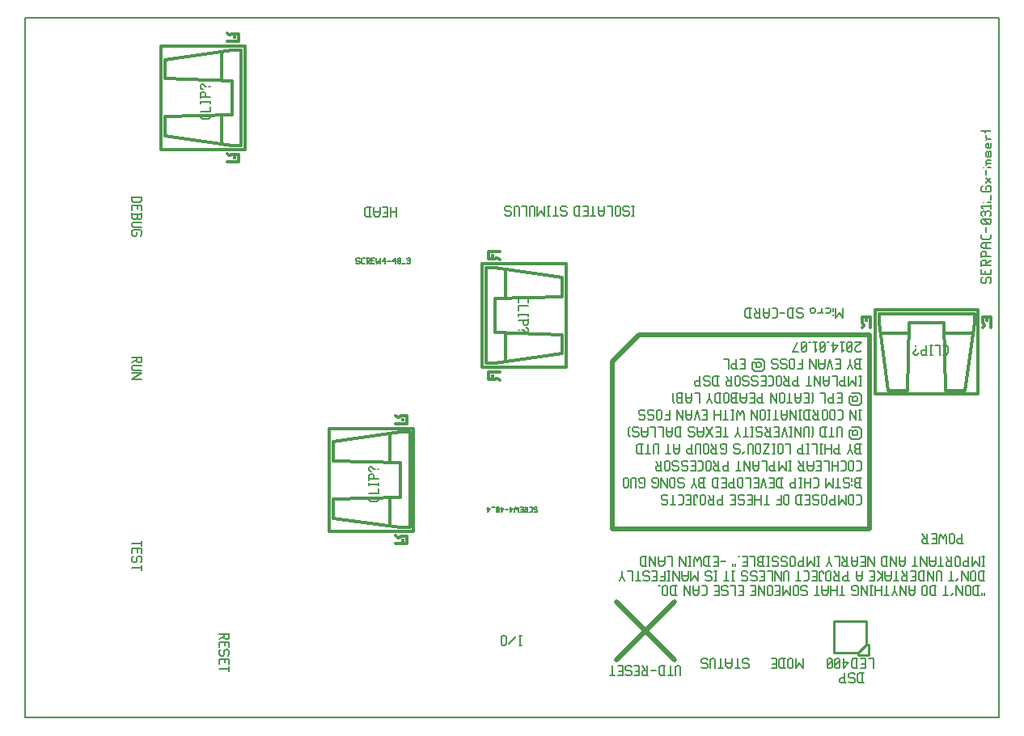
<source format=gbr>
G04 start of page 8 for group -4079 idx -4079 *
G04 Title: (unknown), topsilk *
G04 Creator: pcb 20110918 *
G04 CreationDate: Fri Jan 10 23:26:21 2014 UTC *
G04 For: fosse *
G04 Format: Gerber/RS-274X *
G04 PCB-Dimensions: 550000 450000 *
G04 PCB-Coordinate-Origin: lower left *
%MOIN*%
%FSLAX25Y25*%
%LNTOPSILK*%
%ADD114C,0.0100*%
%ADD113C,0.0148*%
%ADD112C,0.0060*%
%ADD111C,0.0200*%
G54D111*X281000Y197000D02*X387000D01*
Y277000D02*Y197000D01*
X292000Y277000D02*X387000D01*
X281000Y266000D02*X292000Y277000D01*
X281000Y266000D02*Y197000D01*
X282500Y167000D02*X306500Y143000D01*
Y167000D02*X282500Y143000D01*
G54D112*X83000Y333500D02*X87000D01*
Y332200D02*X86300Y331500D01*
X83700D02*X86300D01*
X83000Y332200D02*X83700Y331500D01*
X83000Y334000D02*Y332200D01*
X87000Y334000D02*Y332200D01*
X85200Y330300D02*Y328800D01*
X83000Y330300D02*Y328300D01*
Y330300D02*X87000D01*
Y328300D01*
X83000Y327100D02*Y325100D01*
X83500Y324600D01*
X84700D01*
X85200Y325100D02*X84700Y324600D01*
X85200Y326600D02*Y325100D01*
X83000Y326600D02*X87000D01*
Y327100D02*Y325100D01*
X86500Y324600D01*
X85700D02*X86500D01*
X85200Y325100D02*X85700Y324600D01*
X83500Y323400D02*X87000D01*
X83500D02*X83000Y322900D01*
Y321900D01*
X83500Y321400D01*
X87000D01*
Y318200D02*X86500Y317700D01*
X87000Y319700D02*Y318200D01*
X86500Y320200D02*X87000Y319700D01*
X83500Y320200D02*X86500D01*
X83500D02*X83000Y319700D01*
Y318200D01*
X83500Y317700D01*
X84500D01*
X85000Y318200D02*X84500Y317700D01*
X85000Y319200D02*Y318200D01*
X87000Y268000D02*Y266000D01*
X86500Y265500D01*
X85500D02*X86500D01*
X85000Y266000D02*X85500Y265500D01*
X85000Y267500D02*Y266000D01*
X83000Y267500D02*X87000D01*
X85000Y266700D02*X83000Y265500D01*
X83500Y264300D02*X87000D01*
X83500D02*X83000Y263800D01*
Y262800D01*
X83500Y262300D01*
X87000D01*
X83000Y261100D02*X87000D01*
X83000Y258600D01*
X87000D01*
X192000Y329500D02*Y325500D01*
X189500Y329500D02*Y325500D01*
Y327500D02*X192000D01*
X186800Y327300D02*X188300D01*
X186300Y329500D02*X188300D01*
Y325500D01*
X186300D02*X188300D01*
X185100Y329500D02*Y326500D01*
X184400Y325500D01*
X183300D02*X184400D01*
X183300D02*X182600Y326500D01*
Y329500D02*Y326500D01*
Y327500D02*X185100D01*
X180900Y329500D02*Y325500D01*
X179600D02*X178900Y326200D01*
Y328800D02*Y326200D01*
X179600Y329500D02*X178900Y328800D01*
X179600Y329500D02*X181400D01*
X179600Y325500D02*X181400D01*
X289000Y326000D02*X290000D01*
X289500Y330000D02*Y326000D01*
X289000Y330000D02*X290000D01*
X285800Y326000D02*X285300Y326500D01*
X285800Y326000D02*X287300D01*
X287800Y326500D02*X287300Y326000D01*
X287800Y327500D02*Y326500D01*
Y327500D02*X287300Y328000D01*
X285800D02*X287300D01*
X285800D02*X285300Y328500D01*
Y329500D02*Y328500D01*
X285800Y330000D02*X285300Y329500D01*
X285800Y330000D02*X287300D01*
X287800Y329500D02*X287300Y330000D01*
X284100Y329500D02*Y326500D01*
X283600Y326000D01*
X282600D02*X283600D01*
X282600D02*X282100Y326500D01*
Y329500D02*Y326500D01*
X282600Y330000D02*X282100Y329500D01*
X282600Y330000D02*X283600D01*
X284100Y329500D02*X283600Y330000D01*
X280900D02*Y326000D01*
X278900Y330000D02*X280900D01*
X277700D02*Y327000D01*
X277000Y326000D01*
X275900D02*X277000D01*
X275900D02*X275200Y327000D01*
Y330000D02*Y327000D01*
Y328000D02*X277700D01*
X272000Y326000D02*X274000D01*
X273000Y330000D02*Y326000D01*
X269300Y327800D02*X270800D01*
X268800Y330000D02*X270800D01*
Y326000D01*
X268800D02*X270800D01*
X267100Y330000D02*Y326000D01*
X265800D02*X265100Y326700D01*
Y329300D02*Y326700D01*
X265800Y330000D02*X265100Y329300D01*
X265800Y330000D02*X267600D01*
X265800Y326000D02*X267600D01*
X260100D02*X259600Y326500D01*
X260100Y326000D02*X261600D01*
X262100Y326500D02*X261600Y326000D01*
X262100Y327500D02*Y326500D01*
Y327500D02*X261600Y328000D01*
X260100D02*X261600D01*
X260100D02*X259600Y328500D01*
Y329500D02*Y328500D01*
X260100Y330000D02*X259600Y329500D01*
X260100Y330000D02*X261600D01*
X262100Y329500D02*X261600Y330000D01*
X256400Y326000D02*X258400D01*
X257400Y330000D02*Y326000D01*
X254200D02*X255200D01*
X254700Y330000D02*Y326000D01*
X254200Y330000D02*X255200D01*
X253000D02*Y326000D01*
X251500Y328000D01*
X250000Y326000D01*
Y330000D02*Y326000D01*
X248800Y329500D02*Y326000D01*
Y329500D02*X248300Y330000D01*
X247300D02*X248300D01*
X247300D02*X246800Y329500D01*
Y326000D01*
X245600Y330000D02*Y326000D01*
X243600Y330000D02*X245600D01*
X242400Y329500D02*Y326000D01*
Y329500D02*X241900Y330000D01*
X240900D02*X241900D01*
X240900D02*X240400Y329500D01*
Y326000D01*
X237200D02*X236700Y326500D01*
X237200Y326000D02*X238700D01*
X239200Y326500D02*X238700Y326000D01*
X239200Y327500D02*Y326500D01*
Y327500D02*X238700Y328000D01*
X237200D02*X238700D01*
X237200D02*X236700Y328500D01*
Y329500D02*Y328500D01*
X237200Y330000D02*X236700Y329500D01*
X237200Y330000D02*X238700D01*
X239200Y329500D02*X238700Y330000D01*
X87000Y192000D02*Y190000D01*
X83000Y191000D02*X87000D01*
X85200Y188800D02*Y187300D01*
X83000Y188800D02*Y186800D01*
Y188800D02*X87000D01*
Y186800D01*
Y183600D02*X86500Y183100D01*
X87000Y185100D02*Y183600D01*
X86500Y185600D02*X87000Y185100D01*
X85500Y185600D02*X86500D01*
X85500D02*X85000Y185100D01*
Y183600D01*
X84500Y183100D01*
X83500D02*X84500D01*
X83000Y183600D02*X83500Y183100D01*
X83000Y185100D02*Y183600D01*
X83500Y185600D02*X83000Y185100D01*
X87000Y181900D02*Y179900D01*
X83000Y180900D02*X87000D01*
X381500Y211000D02*X382800D01*
X383500Y210300D02*X382800Y211000D01*
X383500Y210300D02*Y207700D01*
X382800Y207000D01*
X381500D02*X382800D01*
X380300Y210500D02*Y207500D01*
X379800Y207000D01*
X378800D02*X379800D01*
X378800D02*X378300Y207500D01*
Y210500D02*Y207500D01*
X378800Y211000D02*X378300Y210500D01*
X378800Y211000D02*X379800D01*
X380300Y210500D02*X379800Y211000D01*
X377100D02*Y207000D01*
X375600Y209000D01*
X374100Y207000D01*
Y211000D02*Y207000D01*
X372400Y211000D02*Y207000D01*
X370900D02*X372900D01*
X370900D02*X370400Y207500D01*
Y208500D02*Y207500D01*
X370900Y209000D02*X370400Y208500D01*
X370900Y209000D02*X372400D01*
X369200Y210500D02*Y207500D01*
X368700Y207000D01*
X367700D02*X368700D01*
X367700D02*X367200Y207500D01*
Y210500D02*Y207500D01*
X367700Y211000D02*X367200Y210500D01*
X367700Y211000D02*X368700D01*
X369200Y210500D02*X368700Y211000D01*
X364000Y207000D02*X363500Y207500D01*
X364000Y207000D02*X365500D01*
X366000Y207500D02*X365500Y207000D01*
X366000Y208500D02*Y207500D01*
Y208500D02*X365500Y209000D01*
X364000D02*X365500D01*
X364000D02*X363500Y209500D01*
Y210500D02*Y209500D01*
X364000Y211000D02*X363500Y210500D01*
X364000Y211000D02*X365500D01*
X366000Y210500D02*X365500Y211000D01*
X360800Y208800D02*X362300D01*
X360300Y211000D02*X362300D01*
Y207000D01*
X360300D02*X362300D01*
X358600Y211000D02*Y207000D01*
X357300D02*X356600Y207700D01*
Y210300D02*Y207700D01*
X357300Y211000D02*X356600Y210300D01*
X357300Y211000D02*X359100D01*
X357300Y207000D02*X359100D01*
X353600Y210500D02*Y207500D01*
X353100Y207000D01*
X352100D02*X353100D01*
X352100D02*X351600Y207500D01*
Y210500D02*Y207500D01*
X352100Y211000D02*X351600Y210500D01*
X352100Y211000D02*X353100D01*
X353600Y210500D02*X353100Y211000D01*
X350400D02*Y207000D01*
X348400D02*X350400D01*
X348900Y208800D02*X350400D01*
X343400Y207000D02*X345400D01*
X344400Y211000D02*Y207000D01*
X342200Y211000D02*Y207000D01*
X339700Y211000D02*Y207000D01*
Y209000D02*X342200D01*
X337000Y208800D02*X338500D01*
X336500Y211000D02*X338500D01*
Y207000D01*
X336500D02*X338500D01*
X333300D02*X332800Y207500D01*
X333300Y207000D02*X334800D01*
X335300Y207500D02*X334800Y207000D01*
X335300Y208500D02*Y207500D01*
Y208500D02*X334800Y209000D01*
X333300D02*X334800D01*
X333300D02*X332800Y209500D01*
Y210500D02*Y209500D01*
X333300Y211000D02*X332800Y210500D01*
X333300Y211000D02*X334800D01*
X335300Y210500D02*X334800Y211000D01*
X330100Y208800D02*X331600D01*
X329600Y211000D02*X331600D01*
Y207000D01*
X329600D02*X331600D01*
X326100Y211000D02*Y207000D01*
X324600D02*X326600D01*
X324600D02*X324100Y207500D01*
Y208500D02*Y207500D01*
X324600Y209000D02*X324100Y208500D01*
X324600Y209000D02*X326100D01*
X320900Y207000D02*X322900D01*
X320900D02*X320400Y207500D01*
Y208500D02*Y207500D01*
X320900Y209000D02*X320400Y208500D01*
X320900Y209000D02*X322400D01*
Y211000D02*Y207000D01*
X321600Y209000D02*X320400Y211000D01*
X319200Y210500D02*Y207500D01*
X318700Y207000D01*
X317700D02*X318700D01*
X317700D02*X317200Y207500D01*
Y210500D02*Y207500D01*
X317700Y211000D02*X317200Y210500D01*
X317700Y211000D02*X318700D01*
X319200Y210500D02*X318700Y211000D01*
X314500Y207000D02*X315300D01*
X314500Y210500D02*Y207000D01*
X315000Y211000D02*X314500Y210500D01*
X315000Y211000D02*X315500D01*
X316000Y210500D02*X315500Y211000D01*
X316000Y210500D02*Y210000D01*
X311800Y208800D02*X313300D01*
X311300Y211000D02*X313300D01*
Y207000D01*
X311300D02*X313300D01*
X308100Y211000D02*X309400D01*
X310100Y210300D02*X309400Y211000D01*
X310100Y210300D02*Y207700D01*
X309400Y207000D01*
X308100D02*X309400D01*
X304900D02*X306900D01*
X305900Y211000D02*Y207000D01*
X301700D02*X301200Y207500D01*
X301700Y207000D02*X303200D01*
X303700Y207500D02*X303200Y207000D01*
X303700Y208500D02*Y207500D01*
Y208500D02*X303200Y209000D01*
X301700D02*X303200D01*
X301700D02*X301200Y209500D01*
Y210500D02*Y209500D01*
X301700Y211000D02*X301200Y210500D01*
X301700Y211000D02*X303200D01*
X303700Y210500D02*X303200Y211000D01*
X381400Y218000D02*X383400D01*
X381400D02*X380900Y217500D01*
Y216300D01*
X381400Y215800D02*X380900Y216300D01*
X381400Y215800D02*X382900D01*
Y218000D02*Y214000D01*
X381400D02*X383400D01*
X381400D02*X380900Y214500D01*
Y215300D02*Y214500D01*
X381400Y215800D02*X380900Y215300D01*
X379700Y215100D02*Y215000D01*
Y218000D02*Y216500D01*
X376700Y214000D02*X376200Y214500D01*
X376700Y214000D02*X378200D01*
X378700Y214500D02*X378200Y214000D01*
X378700Y215500D02*Y214500D01*
Y215500D02*X378200Y216000D01*
X376700D02*X378200D01*
X376700D02*X376200Y216500D01*
Y217500D02*Y216500D01*
X376700Y218000D02*X376200Y217500D01*
X376700Y218000D02*X378200D01*
X378700Y217500D02*X378200Y218000D01*
X373000Y214000D02*X375000D01*
X374000Y218000D02*Y214000D01*
X371800Y218000D02*Y214000D01*
X370300Y216000D01*
X368800Y214000D01*
Y218000D02*Y214000D01*
X363800Y218000D02*X365100D01*
X365800Y217300D02*X365100Y218000D01*
X365800Y217300D02*Y214700D01*
X365100Y214000D01*
X363800D02*X365100D01*
X362600Y218000D02*Y214000D01*
X360100Y218000D02*Y214000D01*
Y216000D02*X362600D01*
X357900Y214000D02*X358900D01*
X358400Y218000D02*Y214000D01*
X357900Y218000D02*X358900D01*
X356200D02*Y214000D01*
X354700D02*X356700D01*
X354700D02*X354200Y214500D01*
Y215500D02*Y214500D01*
X354700Y216000D02*X354200Y215500D01*
X354700Y216000D02*X356200D01*
X350700Y218000D02*Y214000D01*
X349400D02*X348700Y214700D01*
Y217300D02*Y214700D01*
X349400Y218000D02*X348700Y217300D01*
X349400Y218000D02*X351200D01*
X349400Y214000D02*X351200D01*
X346000Y215800D02*X347500D01*
X345500Y218000D02*X347500D01*
Y214000D01*
X345500D02*X347500D01*
X344300D02*X343300Y218000D01*
X342300Y214000D01*
X339600Y215800D02*X341100D01*
X339100Y218000D02*X341100D01*
Y214000D01*
X339100D02*X341100D01*
X337900Y218000D02*Y214000D01*
X335900Y218000D02*X337900D01*
X334700Y217500D02*Y214500D01*
X334200Y214000D01*
X333200D02*X334200D01*
X333200D02*X332700Y214500D01*
Y217500D02*Y214500D01*
X333200Y218000D02*X332700Y217500D01*
X333200Y218000D02*X334200D01*
X334700Y217500D02*X334200Y218000D01*
X331000D02*Y214000D01*
X329500D02*X331500D01*
X329500D02*X329000Y214500D01*
Y215500D02*Y214500D01*
X329500Y216000D02*X329000Y215500D01*
X329500Y216000D02*X331000D01*
X326300Y215800D02*X327800D01*
X325800Y218000D02*X327800D01*
Y214000D01*
X325800D02*X327800D01*
X324100Y218000D02*Y214000D01*
X322800D02*X322100Y214700D01*
Y217300D02*Y214700D01*
X322800Y218000D02*X322100Y217300D01*
X322800Y218000D02*X324600D01*
X322800Y214000D02*X324600D01*
X317100Y218000D02*X319100D01*
X317100D02*X316600Y217500D01*
Y216300D01*
X317100Y215800D02*X316600Y216300D01*
X317100Y215800D02*X318600D01*
Y218000D02*Y214000D01*
X317100D02*X319100D01*
X317100D02*X316600Y214500D01*
Y215300D02*Y214500D01*
X317100Y215800D02*X316600Y215300D01*
X315400Y214000D02*X314400Y216000D01*
X313400Y214000D01*
X314400Y218000D02*Y216000D01*
X308400Y214000D02*X307900Y214500D01*
X308400Y214000D02*X309900D01*
X310400Y214500D02*X309900Y214000D01*
X310400Y215500D02*Y214500D01*
Y215500D02*X309900Y216000D01*
X308400D02*X309900D01*
X308400D02*X307900Y216500D01*
Y217500D02*Y216500D01*
X308400Y218000D02*X307900Y217500D01*
X308400Y218000D02*X309900D01*
X310400Y217500D02*X309900Y218000D01*
X306700Y217500D02*Y214500D01*
X306200Y214000D01*
X305200D02*X306200D01*
X305200D02*X304700Y214500D01*
Y217500D02*Y214500D01*
X305200Y218000D02*X304700Y217500D01*
X305200Y218000D02*X306200D01*
X306700Y217500D02*X306200Y218000D01*
X303500D02*Y214000D01*
X301000Y218000D01*
Y214000D01*
X297800D02*X297300Y214500D01*
X297800Y214000D02*X299300D01*
X299800Y214500D02*X299300Y214000D01*
X299800Y217500D02*Y214500D01*
Y217500D02*X299300Y218000D01*
X297800D02*X299300D01*
X297800D02*X297300Y217500D01*
Y216500D01*
X297800Y216000D02*X297300Y216500D01*
X297800Y216000D02*X298800D01*
X292300Y214000D02*X291800Y214500D01*
X292300Y214000D02*X293800D01*
X294300Y214500D02*X293800Y214000D01*
X294300Y217500D02*Y214500D01*
Y217500D02*X293800Y218000D01*
X292300D02*X293800D01*
X292300D02*X291800Y217500D01*
Y216500D01*
X292300Y216000D02*X291800Y216500D01*
X292300Y216000D02*X293300D01*
X290600Y217500D02*Y214000D01*
Y217500D02*X290100Y218000D01*
X289100D02*X290100D01*
X289100D02*X288600Y217500D01*
Y214000D01*
X287400Y217500D02*Y214500D01*
X286900Y214000D01*
X285900D02*X286900D01*
X285900D02*X285400Y214500D01*
Y217500D02*Y214500D01*
X285900Y218000D02*X285400Y217500D01*
X285900Y218000D02*X286900D01*
X287400Y217500D02*X286900Y218000D01*
X425000Y195000D02*Y191000D01*
X423500D02*X425500D01*
X423500D02*X423000Y191500D01*
Y192500D02*Y191500D01*
X423500Y193000D02*X423000Y192500D01*
X423500Y193000D02*X425000D01*
X421800Y194500D02*Y191500D01*
X421300Y191000D01*
X420300D02*X421300D01*
X420300D02*X419800Y191500D01*
Y194500D02*Y191500D01*
X420300Y195000D02*X419800Y194500D01*
X420300Y195000D02*X421300D01*
X421800Y194500D02*X421300Y195000D01*
X418600Y193000D02*Y191000D01*
Y193000D02*X418100Y195000D01*
X417100Y193000D01*
X416100Y195000D01*
X415600Y193000D01*
Y191000D01*
X412900Y192800D02*X414400D01*
X412400Y195000D02*X414400D01*
Y191000D01*
X412400D02*X414400D01*
X409200D02*X411200D01*
X409200D02*X408700Y191500D01*
Y192500D02*Y191500D01*
X409200Y193000D02*X408700Y192500D01*
X409200Y193000D02*X410700D01*
Y195000D02*Y191000D01*
X409900Y193000D02*X408700Y195000D01*
X335100Y139500D02*X334600Y140000D01*
X335100Y139500D02*X336600D01*
X337100Y140000D02*X336600Y139500D01*
X337100Y141000D02*Y140000D01*
Y141000D02*X336600Y141500D01*
X335100D02*X336600D01*
X335100D02*X334600Y142000D01*
Y143000D02*Y142000D01*
X335100Y143500D02*X334600Y143000D01*
X335100Y143500D02*X336600D01*
X337100Y143000D02*X336600Y143500D01*
X331400Y139500D02*X333400D01*
X332400Y143500D02*Y139500D01*
X330200Y143500D02*Y140500D01*
X329500Y139500D01*
X328400D02*X329500D01*
X328400D02*X327700Y140500D01*
Y143500D02*Y140500D01*
Y141500D02*X330200D01*
X324500Y139500D02*X326500D01*
X325500Y143500D02*Y139500D01*
X323300Y143000D02*Y139500D01*
Y143000D02*X322800Y143500D01*
X321800D02*X322800D01*
X321800D02*X321300Y143000D01*
Y139500D01*
X318100D02*X317600Y140000D01*
X318100Y139500D02*X319600D01*
X320100Y140000D02*X319600Y139500D01*
X320100Y141000D02*Y140000D01*
Y141000D02*X319600Y141500D01*
X318100D02*X319600D01*
X318100D02*X317600Y142000D01*
Y143000D02*Y142000D01*
X318100Y143500D02*X317600Y143000D01*
X318100Y143500D02*X319600D01*
X320100Y143000D02*X319600Y143500D01*
X309000Y140000D02*Y136500D01*
Y140000D02*X308500Y140500D01*
X307500D02*X308500D01*
X307500D02*X307000Y140000D01*
Y136500D01*
X303800D02*X305800D01*
X304800Y140500D02*Y136500D01*
X302100Y140500D02*Y136500D01*
X300800D02*X300100Y137200D01*
Y139800D02*Y137200D01*
X300800Y140500D02*X300100Y139800D01*
X300800Y140500D02*X302600D01*
X300800Y136500D02*X302600D01*
X296900Y138500D02*X298900D01*
X293700Y136500D02*X295700D01*
X293700D02*X293200Y137000D01*
Y138000D02*Y137000D01*
X293700Y138500D02*X293200Y138000D01*
X293700Y138500D02*X295200D01*
Y140500D02*Y136500D01*
X294400Y138500D02*X293200Y140500D01*
X290500Y138300D02*X292000D01*
X290000Y140500D02*X292000D01*
Y136500D01*
X290000D02*X292000D01*
X286800D02*X286300Y137000D01*
X286800Y136500D02*X288300D01*
X288800Y137000D02*X288300Y136500D01*
X288800Y138000D02*Y137000D01*
Y138000D02*X288300Y138500D01*
X286800D02*X288300D01*
X286800D02*X286300Y139000D01*
Y140000D02*Y139000D01*
X286800Y140500D02*X286300Y140000D01*
X286800Y140500D02*X288300D01*
X288800Y140000D02*X288300Y140500D01*
X283600Y138300D02*X285100D01*
X283100Y140500D02*X285100D01*
Y136500D01*
X283100D02*X285100D01*
X279900D02*X281900D01*
X280900Y140500D02*Y136500D01*
X242500Y149000D02*X243500D01*
X243000Y153000D02*Y149000D01*
X242500Y153000D02*X243500D01*
X241300Y152500D02*X238300Y149500D01*
X237100Y152500D02*Y149500D01*
X236600Y149000D01*
X235600D02*X236600D01*
X235600D02*X235100Y149500D01*
Y152500D02*Y149500D01*
X235600Y153000D02*X235100Y152500D01*
X235600Y153000D02*X236600D01*
X237100Y152500D02*X236600Y153000D01*
X123000Y154000D02*Y152000D01*
X122500Y151500D01*
X121500D02*X122500D01*
X121000Y152000D02*X121500Y151500D01*
X121000Y153500D02*Y152000D01*
X119000Y153500D02*X123000D01*
X121000Y152700D02*X119000Y151500D01*
X121200Y150300D02*Y148800D01*
X119000Y150300D02*Y148300D01*
Y150300D02*X123000D01*
Y148300D01*
Y145100D02*X122500Y144600D01*
X123000Y146600D02*Y145100D01*
X122500Y147100D02*X123000Y146600D01*
X121500Y147100D02*X122500D01*
X121500D02*X121000Y146600D01*
Y145100D01*
X120500Y144600D01*
X119500D02*X120500D01*
X119000Y145100D02*X119500Y144600D01*
X119000Y146600D02*Y145100D01*
X119500Y147100D02*X119000Y146600D01*
X121200Y143400D02*Y141900D01*
X119000Y143400D02*Y141400D01*
Y143400D02*X123000D01*
Y141400D01*
Y140200D02*Y138200D01*
X119000Y139200D02*X123000D01*
X383500Y252000D02*Y249000D01*
Y252000D02*X382500Y253000D01*
X379500D02*X382500D01*
X378500Y251500D02*Y249000D01*
X379500Y248000D01*
X382500D01*
X383500Y249000D01*
X382000Y251000D02*Y250000D01*
Y251000D02*X381500Y251500D01*
X380500D02*X381500D01*
X380500D02*X380000Y251000D01*
X379500Y251500D01*
X380000Y251000D02*Y249500D01*
Y250000D02*X380500Y249500D01*
X381500D01*
X382000Y250000D01*
X378500Y251500D02*X379500D01*
X374000Y250800D02*X375500D01*
X373500Y253000D02*X375500D01*
Y249000D01*
X373500D02*X375500D01*
X371800Y253000D02*Y249000D01*
X370300D02*X372300D01*
X370300D02*X369800Y249500D01*
Y250500D02*Y249500D01*
X370300Y251000D02*X369800Y250500D01*
X370300Y251000D02*X371800D01*
X368600Y253000D02*Y249000D01*
X366600Y253000D02*X368600D01*
X363600Y252500D02*X363100Y253000D01*
X363600Y249500D02*X363100Y249000D01*
X363600Y252500D02*Y249500D01*
X360400Y250800D02*X361900D01*
X359900Y253000D02*X361900D01*
Y249000D01*
X359900D02*X361900D01*
X358700Y253000D02*Y250000D01*
X358000Y249000D01*
X356900D02*X358000D01*
X356900D02*X356200Y250000D01*
Y253000D02*Y250000D01*
Y251000D02*X358700D01*
X353000Y249000D02*X355000D01*
X354000Y253000D02*Y249000D01*
X351800Y252500D02*Y249500D01*
X351300Y249000D01*
X350300D02*X351300D01*
X350300D02*X349800Y249500D01*
Y252500D02*Y249500D01*
X350300Y253000D02*X349800Y252500D01*
X350300Y253000D02*X351300D01*
X351800Y252500D02*X351300Y253000D01*
X348600D02*Y249000D01*
X346100Y253000D01*
Y249000D01*
X342600Y253000D02*Y249000D01*
X341100D02*X343100D01*
X341100D02*X340600Y249500D01*
Y250500D02*Y249500D01*
X341100Y251000D02*X340600Y250500D01*
X341100Y251000D02*X342600D01*
X337900Y250800D02*X339400D01*
X337400Y253000D02*X339400D01*
Y249000D01*
X337400D02*X339400D01*
X336200Y253000D02*Y250000D01*
X335500Y249000D01*
X334400D02*X335500D01*
X334400D02*X333700Y250000D01*
Y253000D02*Y250000D01*
Y251000D02*X336200D01*
X330500Y253000D02*X332500D01*
X330500D02*X330000Y252500D01*
Y251300D01*
X330500Y250800D02*X330000Y251300D01*
X330500Y250800D02*X332000D01*
Y253000D02*Y249000D01*
X330500D02*X332500D01*
X330500D02*X330000Y249500D01*
Y250300D02*Y249500D01*
X330500Y250800D02*X330000Y250300D01*
X328800Y252500D02*Y249500D01*
X328300Y249000D01*
X327300D02*X328300D01*
X327300D02*X326800Y249500D01*
Y252500D02*Y249500D01*
X327300Y253000D02*X326800Y252500D01*
X327300Y253000D02*X328300D01*
X328800Y252500D02*X328300Y253000D01*
X325100D02*Y249000D01*
X323800D02*X323100Y249700D01*
Y252300D02*Y249700D01*
X323800Y253000D02*X323100Y252300D01*
X323800Y253000D02*X325600D01*
X323800Y249000D02*X325600D01*
X321900D02*X320900Y251000D01*
X319900Y249000D01*
X320900Y253000D02*Y251000D01*
X316900Y253000D02*Y249000D01*
X314900Y253000D02*X316900D01*
X313700D02*Y250000D01*
X313000Y249000D01*
X311900D02*X313000D01*
X311900D02*X311200Y250000D01*
Y253000D02*Y250000D01*
Y251000D02*X313700D01*
X308000Y253000D02*X310000D01*
X308000D02*X307500Y252500D01*
Y251300D01*
X308000Y250800D02*X307500Y251300D01*
X308000Y250800D02*X309500D01*
Y253000D02*Y249000D01*
X308000D02*X310000D01*
X308000D02*X307500Y249500D01*
Y250300D02*Y249500D01*
X308000Y250800D02*X307500Y250300D01*
X306300Y249000D02*X305800Y249500D01*
Y252500D02*Y249500D01*
X306300Y253000D02*X305800Y252500D01*
X382500Y242000D02*X383500D01*
X383000Y246000D02*Y242000D01*
X382500Y246000D02*X383500D01*
X381300D02*Y242000D01*
X378800Y246000D01*
Y242000D01*
X373800Y246000D02*X375100D01*
X375800Y245300D02*X375100Y246000D01*
X375800Y245300D02*Y242700D01*
X375100Y242000D01*
X373800D02*X375100D01*
X372600Y245500D02*Y242500D01*
X372100Y242000D01*
X371100D02*X372100D01*
X371100D02*X370600Y242500D01*
Y245500D02*Y242500D01*
X371100Y246000D02*X370600Y245500D01*
X371100Y246000D02*X372100D01*
X372600Y245500D02*X372100Y246000D01*
X369400Y245500D02*Y242500D01*
X368900Y242000D01*
X367900D02*X368900D01*
X367900D02*X367400Y242500D01*
Y245500D02*Y242500D01*
X367900Y246000D02*X367400Y245500D01*
X367900Y246000D02*X368900D01*
X369400Y245500D02*X368900Y246000D01*
X364200Y242000D02*X366200D01*
X364200D02*X363700Y242500D01*
Y243500D02*Y242500D01*
X364200Y244000D02*X363700Y243500D01*
X364200Y244000D02*X365700D01*
Y246000D02*Y242000D01*
X364900Y244000D02*X363700Y246000D01*
X362000D02*Y242000D01*
X360700D02*X360000Y242700D01*
Y245300D02*Y242700D01*
X360700Y246000D02*X360000Y245300D01*
X360700Y246000D02*X362500D01*
X360700Y242000D02*X362500D01*
X357800D02*X358800D01*
X358300Y246000D02*Y242000D01*
X357800Y246000D02*X358800D01*
X356600D02*Y242000D01*
X354100Y246000D01*
Y242000D01*
X352900Y246000D02*Y243000D01*
X352200Y242000D01*
X351100D02*X352200D01*
X351100D02*X350400Y243000D01*
Y246000D02*Y243000D01*
Y244000D02*X352900D01*
X347200Y242000D02*X349200D01*
X348200Y246000D02*Y242000D01*
X345000D02*X346000D01*
X345500Y246000D02*Y242000D01*
X345000Y246000D02*X346000D01*
X343800Y245500D02*Y242500D01*
X343300Y242000D01*
X342300D02*X343300D01*
X342300D02*X341800Y242500D01*
Y245500D02*Y242500D01*
X342300Y246000D02*X341800Y245500D01*
X342300Y246000D02*X343300D01*
X343800Y245500D02*X343300Y246000D01*
X340600D02*Y242000D01*
X338100Y246000D01*
Y242000D01*
X335100Y244000D02*Y242000D01*
Y244000D02*X334600Y246000D01*
X333600Y244000D01*
X332600Y246000D01*
X332100Y244000D01*
Y242000D01*
X329900D02*X330900D01*
X330400Y246000D02*Y242000D01*
X329900Y246000D02*X330900D01*
X326700Y242000D02*X328700D01*
X327700Y246000D02*Y242000D01*
X325500Y246000D02*Y242000D01*
X323000Y246000D02*Y242000D01*
Y244000D02*X325500D01*
X318500Y243800D02*X320000D01*
X318000Y246000D02*X320000D01*
Y242000D01*
X318000D02*X320000D01*
X316800D02*X315800Y246000D01*
X314800Y242000D01*
X313600Y246000D02*Y243000D01*
X312900Y242000D01*
X311800D02*X312900D01*
X311800D02*X311100Y243000D01*
Y246000D02*Y243000D01*
Y244000D02*X313600D01*
X309900Y246000D02*Y242000D01*
X307400Y246000D01*
Y242000D01*
X304400Y246000D02*Y242000D01*
X302400D02*X304400D01*
X302900Y243800D02*X304400D01*
X301200Y245500D02*Y242500D01*
X300700Y242000D01*
X299700D02*X300700D01*
X299700D02*X299200Y242500D01*
Y245500D02*Y242500D01*
X299700Y246000D02*X299200Y245500D01*
X299700Y246000D02*X300700D01*
X301200Y245500D02*X300700Y246000D01*
X296000Y242000D02*X295500Y242500D01*
X296000Y242000D02*X297500D01*
X298000Y242500D02*X297500Y242000D01*
X298000Y243500D02*Y242500D01*
Y243500D02*X297500Y244000D01*
X296000D02*X297500D01*
X296000D02*X295500Y244500D01*
Y245500D02*Y244500D01*
X296000Y246000D02*X295500Y245500D01*
X296000Y246000D02*X297500D01*
X298000Y245500D02*X297500Y246000D01*
X292300Y242000D02*X291800Y242500D01*
X292300Y242000D02*X293800D01*
X294300Y242500D02*X293800Y242000D01*
X294300Y243500D02*Y242500D01*
Y243500D02*X293800Y244000D01*
X292300D02*X293800D01*
X292300D02*X291800Y244500D01*
Y245500D02*Y244500D01*
X292300Y246000D02*X291800Y245500D01*
X292300Y246000D02*X293800D01*
X294300Y245500D02*X293800Y246000D01*
X382550Y255950D02*X383550D01*
X383050Y259950D02*Y255950D01*
X382550Y259950D02*X383550D01*
X381350D02*Y255950D01*
X379850Y257950D01*
X378350Y255950D01*
Y259950D02*Y255950D01*
X376650Y259950D02*Y255950D01*
X375150D02*X377150D01*
X375150D02*X374650Y256450D01*
Y257450D02*Y256450D01*
X375150Y257950D02*X374650Y257450D01*
X375150Y257950D02*X376650D01*
X373450Y259950D02*Y255950D01*
X371450Y259950D02*X373450D01*
X370250D02*Y256950D01*
X369550Y255950D01*
X368450D02*X369550D01*
X368450D02*X367750Y256950D01*
Y259950D02*Y256950D01*
Y257950D02*X370250D01*
X366550Y259950D02*Y255950D01*
X364050Y259950D01*
Y255950D01*
X360850D02*X362850D01*
X361850Y259950D02*Y255950D01*
X357350Y259950D02*Y255950D01*
X355850D02*X357850D01*
X355850D02*X355350Y256450D01*
Y257450D02*Y256450D01*
X355850Y257950D02*X355350Y257450D01*
X355850Y257950D02*X357350D01*
X352150Y255950D02*X354150D01*
X352150D02*X351650Y256450D01*
Y257450D02*Y256450D01*
X352150Y257950D02*X351650Y257450D01*
X352150Y257950D02*X353650D01*
Y259950D02*Y255950D01*
X352850Y257950D02*X351650Y259950D01*
X350450Y259450D02*Y256450D01*
X349950Y255950D01*
X348950D02*X349950D01*
X348950D02*X348450Y256450D01*
Y259450D02*Y256450D01*
X348950Y259950D02*X348450Y259450D01*
X348950Y259950D02*X349950D01*
X350450Y259450D02*X349950Y259950D01*
X345250D02*X346550D01*
X347250Y259250D02*X346550Y259950D01*
X347250Y259250D02*Y256650D01*
X346550Y255950D01*
X345250D02*X346550D01*
X342550Y257750D02*X344050D01*
X342050Y259950D02*X344050D01*
Y255950D01*
X342050D02*X344050D01*
X338850D02*X338350Y256450D01*
X338850Y255950D02*X340350D01*
X340850Y256450D02*X340350Y255950D01*
X340850Y257450D02*Y256450D01*
Y257450D02*X340350Y257950D01*
X338850D02*X340350D01*
X338850D02*X338350Y258450D01*
Y259450D02*Y258450D01*
X338850Y259950D02*X338350Y259450D01*
X338850Y259950D02*X340350D01*
X340850Y259450D02*X340350Y259950D01*
X335150Y255950D02*X334650Y256450D01*
X335150Y255950D02*X336650D01*
X337150Y256450D02*X336650Y255950D01*
X337150Y257450D02*Y256450D01*
Y257450D02*X336650Y257950D01*
X335150D02*X336650D01*
X335150D02*X334650Y258450D01*
Y259450D02*Y258450D01*
X335150Y259950D02*X334650Y259450D01*
X335150Y259950D02*X336650D01*
X337150Y259450D02*X336650Y259950D01*
X333450Y259450D02*Y256450D01*
X332950Y255950D01*
X331950D02*X332950D01*
X331950D02*X331450Y256450D01*
Y259450D02*Y256450D01*
X331950Y259950D02*X331450Y259450D01*
X331950Y259950D02*X332950D01*
X333450Y259450D02*X332950Y259950D01*
X328250Y255950D02*X330250D01*
X328250D02*X327750Y256450D01*
Y257450D02*Y256450D01*
X328250Y257950D02*X327750Y257450D01*
X328250Y257950D02*X329750D01*
Y259950D02*Y255950D01*
X328950Y257950D02*X327750Y259950D01*
X324250D02*Y255950D01*
X322950D02*X322250Y256650D01*
Y259250D02*Y256650D01*
X322950Y259950D02*X322250Y259250D01*
X322950Y259950D02*X324750D01*
X322950Y255950D02*X324750D01*
X319050D02*X318550Y256450D01*
X319050Y255950D02*X320550D01*
X321050Y256450D02*X320550Y255950D01*
X321050Y257450D02*Y256450D01*
Y257450D02*X320550Y257950D01*
X319050D02*X320550D01*
X319050D02*X318550Y258450D01*
Y259450D02*Y258450D01*
X319050Y259950D02*X318550Y259450D01*
X319050Y259950D02*X320550D01*
X321050Y259450D02*X320550Y259950D01*
X316850D02*Y255950D01*
X315350D02*X317350D01*
X315350D02*X314850Y256450D01*
Y257450D02*Y256450D01*
X315350Y257950D02*X314850Y257450D01*
X315350Y257950D02*X316850D01*
X383400Y270500D02*X382900Y270000D01*
X381400D02*X382900D01*
X381400D02*X380900Y270500D01*
Y271500D02*Y270500D01*
X383400Y274000D02*X380900Y271500D01*
Y274000D02*X383400D01*
X379700Y273500D02*X379200Y274000D01*
X379700Y273500D02*Y270500D01*
X379200Y270000D01*
X378200D02*X379200D01*
X378200D02*X377700Y270500D01*
Y273500D02*Y270500D01*
X378200Y274000D02*X377700Y273500D01*
X378200Y274000D02*X379200D01*
X379700Y273000D02*X377700Y271000D01*
X376500Y270800D02*X375700Y270000D01*
Y274000D02*Y270000D01*
X375000Y274000D02*X376500D01*
X373800Y272500D02*X371800Y270000D01*
X371300Y272500D02*X373800D01*
X371800Y274000D02*Y270000D01*
X369600Y274000D02*X370100D01*
X368400Y273500D02*X367900Y274000D01*
X368400Y273500D02*Y270500D01*
X367900Y270000D01*
X366900D02*X367900D01*
X366900D02*X366400Y270500D01*
Y273500D02*Y270500D01*
X366900Y274000D02*X366400Y273500D01*
X366900Y274000D02*X367900D01*
X368400Y273000D02*X366400Y271000D01*
X365200Y270800D02*X364400Y270000D01*
Y274000D02*Y270000D01*
X363700Y274000D02*X365200D01*
X362000D02*X362500D01*
X360800Y273500D02*X360300Y274000D01*
X360800Y273500D02*Y270500D01*
X360300Y270000D01*
X359300D02*X360300D01*
X359300D02*X358800Y270500D01*
Y273500D02*Y270500D01*
X359300Y274000D02*X358800Y273500D01*
X359300Y274000D02*X360300D01*
X360800Y273000D02*X358800Y271000D01*
X357100Y274000D02*X355100Y270000D01*
X357600D01*
X381520Y267000D02*X383520D01*
X381520D02*X381020Y266500D01*
Y265300D01*
X381520Y264800D02*X381020Y265300D01*
X381520Y264800D02*X383020D01*
Y267000D02*Y263000D01*
X381520D02*X383520D01*
X381520D02*X381020Y263500D01*
Y264300D02*Y263500D01*
X381520Y264800D02*X381020Y264300D01*
X379820Y263000D02*X378820Y265000D01*
X377820Y263000D01*
X378820Y267000D02*Y265000D01*
X373320Y264800D02*X374820D01*
X372820Y267000D02*X374820D01*
Y263000D01*
X372820D02*X374820D01*
X371620D02*X370620Y267000D01*
X369620Y263000D01*
X368420Y267000D02*Y264000D01*
X367720Y263000D01*
X366620D02*X367720D01*
X366620D02*X365920Y264000D01*
Y267000D02*Y264000D01*
Y265000D02*X368420D01*
X364720Y267000D02*Y263000D01*
X362220Y267000D01*
Y263000D01*
X359220Y267000D02*Y263000D01*
X357220D02*X359220D01*
X357720Y264800D02*X359220D01*
X356020Y266500D02*Y263500D01*
X355520Y263000D01*
X354520D02*X355520D01*
X354520D02*X354020Y263500D01*
Y266500D02*Y263500D01*
X354520Y267000D02*X354020Y266500D01*
X354520Y267000D02*X355520D01*
X356020Y266500D02*X355520Y267000D01*
X350820Y263000D02*X350320Y263500D01*
X350820Y263000D02*X352320D01*
X352820Y263500D02*X352320Y263000D01*
X352820Y264500D02*Y263500D01*
Y264500D02*X352320Y265000D01*
X350820D02*X352320D01*
X350820D02*X350320Y265500D01*
Y266500D02*Y265500D01*
X350820Y267000D02*X350320Y266500D01*
X350820Y267000D02*X352320D01*
X352820Y266500D02*X352320Y267000D01*
X347120Y263000D02*X346620Y263500D01*
X347120Y263000D02*X348620D01*
X349120Y263500D02*X348620Y263000D01*
X349120Y264500D02*Y263500D01*
Y264500D02*X348620Y265000D01*
X347120D02*X348620D01*
X347120D02*X346620Y265500D01*
Y266500D02*Y265500D01*
X347120Y267000D02*X346620Y266500D01*
X347120Y267000D02*X348620D01*
X349120Y266500D02*X348620Y267000D01*
X343620Y266000D02*Y263000D01*
Y266000D02*X342620Y267000D01*
X339620D02*X342620D01*
X338620Y265500D02*Y263000D01*
X339620Y262000D01*
X342620D01*
X343620Y263000D01*
X342120Y265000D02*Y264000D01*
Y265000D02*X341620Y265500D01*
X340620D02*X341620D01*
X340620D02*X340120Y265000D01*
X339620Y265500D01*
X340120Y265000D02*Y263500D01*
Y264000D02*X340620Y263500D01*
X341620D01*
X342120Y264000D01*
X338620Y265500D02*X339620D01*
X334120Y264800D02*X335620D01*
X333620Y267000D02*X335620D01*
Y263000D01*
X333620D02*X335620D01*
X331920Y267000D02*Y263000D01*
X330420D02*X332420D01*
X330420D02*X329920Y263500D01*
Y264500D02*Y263500D01*
X330420Y265000D02*X329920Y264500D01*
X330420Y265000D02*X331920D01*
X328720Y267000D02*Y263000D01*
X326720Y267000D02*X328720D01*
X376000Y288000D02*Y284000D01*
X374500Y286000D01*
X373000Y284000D01*
Y288000D02*Y284000D01*
X371800Y285100D02*Y285000D01*
Y288000D02*Y286500D01*
X368800Y286000D02*X370300D01*
X370800Y286500D02*X370300Y286000D01*
X370800Y287500D02*Y286500D01*
Y287500D02*X370300Y288000D01*
X368800D02*X370300D01*
X367100D02*Y286500D01*
X366600Y286000D01*
X365600D02*X366600D01*
X367600D02*X367100Y286500D01*
X364400Y287500D02*Y286500D01*
X363900Y286000D01*
X362900D02*X363900D01*
X362900D02*X362400Y286500D01*
Y287500D02*Y286500D01*
X362900Y288000D02*X362400Y287500D01*
X362900Y288000D02*X363900D01*
X364400Y287500D02*X363900Y288000D01*
X357400Y284000D02*X356900Y284500D01*
X357400Y284000D02*X358900D01*
X359400Y284500D02*X358900Y284000D01*
X359400Y285500D02*Y284500D01*
Y285500D02*X358900Y286000D01*
X357400D02*X358900D01*
X357400D02*X356900Y286500D01*
Y287500D02*Y286500D01*
X357400Y288000D02*X356900Y287500D01*
X357400Y288000D02*X358900D01*
X359400Y287500D02*X358900Y288000D01*
X355200D02*Y284000D01*
X353900D02*X353200Y284700D01*
Y287300D02*Y284700D01*
X353900Y288000D02*X353200Y287300D01*
X353900Y288000D02*X355700D01*
X353900Y284000D02*X355700D01*
X350000Y286000D02*X352000D01*
X346800Y288000D02*X348100D01*
X348800Y287300D02*X348100Y288000D01*
X348800Y287300D02*Y284700D01*
X348100Y284000D01*
X346800D02*X348100D01*
X345600Y288000D02*Y285000D01*
X344900Y284000D01*
X343800D02*X344900D01*
X343800D02*X343100Y285000D01*
Y288000D02*Y285000D01*
Y286000D02*X345600D01*
X339900Y284000D02*X341900D01*
X339900D02*X339400Y284500D01*
Y285500D02*Y284500D01*
X339900Y286000D02*X339400Y285500D01*
X339900Y286000D02*X341400D01*
Y288000D02*Y284000D01*
X340600Y286000D02*X339400Y288000D01*
X337700D02*Y284000D01*
X336400D02*X335700Y284700D01*
Y287300D02*Y284700D01*
X336400Y288000D02*X335700Y287300D01*
X336400Y288000D02*X338200D01*
X336400Y284000D02*X338200D01*
X383500Y238000D02*Y235000D01*
Y238000D02*X382500Y239000D01*
X379500D02*X382500D01*
X378500Y237500D02*Y235000D01*
X379500Y234000D01*
X382500D01*
X383500Y235000D01*
X382000Y237000D02*Y236000D01*
Y237000D02*X381500Y237500D01*
X380500D02*X381500D01*
X380500D02*X380000Y237000D01*
X379500Y237500D01*
X380000Y237000D02*Y235500D01*
Y236000D02*X380500Y235500D01*
X381500D01*
X382000Y236000D01*
X378500Y237500D02*X379500D01*
X375500Y238500D02*Y235000D01*
Y238500D02*X375000Y239000D01*
X374000D02*X375000D01*
X374000D02*X373500Y238500D01*
Y235000D01*
X370300D02*X372300D01*
X371300Y239000D02*Y235000D01*
X368600Y239000D02*Y235000D01*
X367300D02*X366600Y235700D01*
Y238300D02*Y235700D01*
X367300Y239000D02*X366600Y238300D01*
X367300Y239000D02*X369100D01*
X367300Y235000D02*X369100D01*
X363600Y238500D02*X363100Y239000D01*
X363600Y235500D02*X363100Y235000D01*
X363600Y238500D02*Y235500D01*
X361900Y238500D02*Y235000D01*
Y238500D02*X361400Y239000D01*
X360400D02*X361400D01*
X360400D02*X359900Y238500D01*
Y235000D01*
X358700Y239000D02*Y235000D01*
X356200Y239000D01*
Y235000D01*
X354000D02*X355000D01*
X354500Y239000D02*Y235000D01*
X354000Y239000D02*X355000D01*
X352800Y235000D02*X351800Y239000D01*
X350800Y235000D01*
X348100Y236800D02*X349600D01*
X347600Y239000D02*X349600D01*
Y235000D01*
X347600D02*X349600D01*
X344400D02*X346400D01*
X344400D02*X343900Y235500D01*
Y236500D02*Y235500D01*
X344400Y237000D02*X343900Y236500D01*
X344400Y237000D02*X345900D01*
Y239000D02*Y235000D01*
X345100Y237000D02*X343900Y239000D01*
X340700Y235000D02*X340200Y235500D01*
X340700Y235000D02*X342200D01*
X342700Y235500D02*X342200Y235000D01*
X342700Y236500D02*Y235500D01*
Y236500D02*X342200Y237000D01*
X340700D02*X342200D01*
X340700D02*X340200Y237500D01*
Y238500D02*Y237500D01*
X340700Y239000D02*X340200Y238500D01*
X340700Y239000D02*X342200D01*
X342700Y238500D02*X342200Y239000D01*
X338000Y235000D02*X339000D01*
X338500Y239000D02*Y235000D01*
X338000Y239000D02*X339000D01*
X334800Y235000D02*X336800D01*
X335800Y239000D02*Y235000D01*
X333600D02*X332600Y237000D01*
X331600Y235000D01*
X332600Y239000D02*Y237000D01*
X326600Y235000D02*X328600D01*
X327600Y239000D02*Y235000D01*
X323900Y236800D02*X325400D01*
X323400Y239000D02*X325400D01*
Y235000D01*
X323400D02*X325400D01*
X322200Y239000D02*X319700Y235000D01*
X322200D02*X319700Y239000D01*
X318500D02*Y236000D01*
X317800Y235000D01*
X316700D02*X317800D01*
X316700D02*X316000Y236000D01*
Y239000D02*Y236000D01*
Y237000D02*X318500D01*
X312800Y235000D02*X312300Y235500D01*
X312800Y235000D02*X314300D01*
X314800Y235500D02*X314300Y235000D01*
X314800Y236500D02*Y235500D01*
Y236500D02*X314300Y237000D01*
X312800D02*X314300D01*
X312800D02*X312300Y237500D01*
Y238500D02*Y237500D01*
X312800Y239000D02*X312300Y238500D01*
X312800Y239000D02*X314300D01*
X314800Y238500D02*X314300Y239000D01*
X308800D02*Y235000D01*
X307500D02*X306800Y235700D01*
Y238300D02*Y235700D01*
X307500Y239000D02*X306800Y238300D01*
X307500Y239000D02*X309300D01*
X307500Y235000D02*X309300D01*
X305600Y239000D02*Y236000D01*
X304900Y235000D01*
X303800D02*X304900D01*
X303800D02*X303100Y236000D01*
Y239000D02*Y236000D01*
Y237000D02*X305600D01*
X301900Y239000D02*Y235000D01*
X299900Y239000D02*X301900D01*
X298700D02*Y235000D01*
X296700Y239000D02*X298700D01*
X295500D02*Y236000D01*
X294800Y235000D01*
X293700D02*X294800D01*
X293700D02*X293000Y236000D01*
Y239000D02*Y236000D01*
Y237000D02*X295500D01*
X289800Y235000D02*X289300Y235500D01*
X289800Y235000D02*X291300D01*
X291800Y235500D02*X291300Y235000D01*
X291800Y236500D02*Y235500D01*
Y236500D02*X291300Y237000D01*
X289800D02*X291300D01*
X289800D02*X289300Y237500D01*
Y238500D02*Y237500D01*
X289800Y239000D02*X289300Y238500D01*
X289800Y239000D02*X291300D01*
X291800Y238500D02*X291300Y239000D01*
X288100Y235000D02*X287600Y235500D01*
Y238500D02*Y235500D01*
X288100Y239000D02*X287600Y238500D01*
X381500Y225000D02*X382800D01*
X383500Y224300D02*X382800Y225000D01*
X383500Y224300D02*Y221700D01*
X382800Y221000D01*
X381500D02*X382800D01*
X380300Y224500D02*Y221500D01*
X379800Y221000D01*
X378800D02*X379800D01*
X378800D02*X378300Y221500D01*
Y224500D02*Y221500D01*
X378800Y225000D02*X378300Y224500D01*
X378800Y225000D02*X379800D01*
X380300Y224500D02*X379800Y225000D01*
X375100D02*X376400D01*
X377100Y224300D02*X376400Y225000D01*
X377100Y224300D02*Y221700D01*
X376400Y221000D01*
X375100D02*X376400D01*
X373900Y225000D02*Y221000D01*
X371400Y225000D02*Y221000D01*
Y223000D02*X373900D01*
X370200Y225000D02*Y221000D01*
X368200Y225000D02*X370200D01*
X365500Y222800D02*X367000D01*
X365000Y225000D02*X367000D01*
Y221000D01*
X365000D02*X367000D01*
X363800Y225000D02*Y222000D01*
X363100Y221000D01*
X362000D02*X363100D01*
X362000D02*X361300Y222000D01*
Y225000D02*Y222000D01*
Y223000D02*X363800D01*
X358100Y221000D02*X360100D01*
X358100D02*X357600Y221500D01*
Y222500D02*Y221500D01*
X358100Y223000D02*X357600Y222500D01*
X358100Y223000D02*X359600D01*
Y225000D02*Y221000D01*
X358800Y223000D02*X357600Y225000D01*
X353600Y221000D02*X354600D01*
X354100Y225000D02*Y221000D01*
X353600Y225000D02*X354600D01*
X352400D02*Y221000D01*
X350900Y223000D01*
X349400Y221000D01*
Y225000D02*Y221000D01*
X347700Y225000D02*Y221000D01*
X346200D02*X348200D01*
X346200D02*X345700Y221500D01*
Y222500D02*Y221500D01*
X346200Y223000D02*X345700Y222500D01*
X346200Y223000D02*X347700D01*
X344500Y225000D02*Y221000D01*
X342500Y225000D02*X344500D01*
X341300D02*Y222000D01*
X340600Y221000D01*
X339500D02*X340600D01*
X339500D02*X338800Y222000D01*
Y225000D02*Y222000D01*
Y223000D02*X341300D01*
X337600Y225000D02*Y221000D01*
X335100Y225000D01*
Y221000D01*
X331900D02*X333900D01*
X332900Y225000D02*Y221000D01*
X328400Y225000D02*Y221000D01*
X326900D02*X328900D01*
X326900D02*X326400Y221500D01*
Y222500D02*Y221500D01*
X326900Y223000D02*X326400Y222500D01*
X326900Y223000D02*X328400D01*
X323200Y221000D02*X325200D01*
X323200D02*X322700Y221500D01*
Y222500D02*Y221500D01*
X323200Y223000D02*X322700Y222500D01*
X323200Y223000D02*X324700D01*
Y225000D02*Y221000D01*
X323900Y223000D02*X322700Y225000D01*
X321500Y224500D02*Y221500D01*
X321000Y221000D01*
X320000D02*X321000D01*
X320000D02*X319500Y221500D01*
Y224500D02*Y221500D01*
X320000Y225000D02*X319500Y224500D01*
X320000Y225000D02*X321000D01*
X321500Y224500D02*X321000Y225000D01*
X316300D02*X317600D01*
X318300Y224300D02*X317600Y225000D01*
X318300Y224300D02*Y221700D01*
X317600Y221000D01*
X316300D02*X317600D01*
X313600Y222800D02*X315100D01*
X313100Y225000D02*X315100D01*
Y221000D01*
X313100D02*X315100D01*
X309900D02*X309400Y221500D01*
X309900Y221000D02*X311400D01*
X311900Y221500D02*X311400Y221000D01*
X311900Y222500D02*Y221500D01*
Y222500D02*X311400Y223000D01*
X309900D02*X311400D01*
X309900D02*X309400Y223500D01*
Y224500D02*Y223500D01*
X309900Y225000D02*X309400Y224500D01*
X309900Y225000D02*X311400D01*
X311900Y224500D02*X311400Y225000D01*
X306200Y221000D02*X305700Y221500D01*
X306200Y221000D02*X307700D01*
X308200Y221500D02*X307700Y221000D01*
X308200Y222500D02*Y221500D01*
Y222500D02*X307700Y223000D01*
X306200D02*X307700D01*
X306200D02*X305700Y223500D01*
Y224500D02*Y223500D01*
X306200Y225000D02*X305700Y224500D01*
X306200Y225000D02*X307700D01*
X308200Y224500D02*X307700Y225000D01*
X304500Y224500D02*Y221500D01*
X304000Y221000D01*
X303000D02*X304000D01*
X303000D02*X302500Y221500D01*
Y224500D02*Y221500D01*
X303000Y225000D02*X302500Y224500D01*
X303000Y225000D02*X304000D01*
X304500Y224500D02*X304000Y225000D01*
X299300Y221000D02*X301300D01*
X299300D02*X298800Y221500D01*
Y222500D02*Y221500D01*
X299300Y223000D02*X298800Y222500D01*
X299300Y223000D02*X300800D01*
Y225000D02*Y221000D01*
X300000Y223000D02*X298800Y225000D01*
X381500Y232000D02*X383500D01*
X381500D02*X381000Y231500D01*
Y230300D01*
X381500Y229800D02*X381000Y230300D01*
X381500Y229800D02*X383000D01*
Y232000D02*Y228000D01*
X381500D02*X383500D01*
X381500D02*X381000Y228500D01*
Y229300D02*Y228500D01*
X381500Y229800D02*X381000Y229300D01*
X379800Y228000D02*X378800Y230000D01*
X377800Y228000D01*
X378800Y232000D02*Y230000D01*
X374300Y232000D02*Y228000D01*
X372800D02*X374800D01*
X372800D02*X372300Y228500D01*
Y229500D02*Y228500D01*
X372800Y230000D02*X372300Y229500D01*
X372800Y230000D02*X374300D01*
X371100Y232000D02*Y228000D01*
X368600Y232000D02*Y228000D01*
Y230000D02*X371100D01*
X366400Y228000D02*X367400D01*
X366900Y232000D02*Y228000D01*
X366400Y232000D02*X367400D01*
X365200D02*Y228000D01*
X363200Y232000D02*X365200D01*
X361000Y228000D02*X362000D01*
X361500Y232000D02*Y228000D01*
X361000Y232000D02*X362000D01*
X359300D02*Y228000D01*
X357800D02*X359800D01*
X357800D02*X357300Y228500D01*
Y229500D02*Y228500D01*
X357800Y230000D02*X357300Y229500D01*
X357800Y230000D02*X359300D01*
X354300Y232000D02*Y228000D01*
X352300Y232000D02*X354300D01*
X351100Y231500D02*Y228500D01*
X350600Y228000D01*
X349600D02*X350600D01*
X349600D02*X349100Y228500D01*
Y231500D02*Y228500D01*
X349600Y232000D02*X349100Y231500D01*
X349600Y232000D02*X350600D01*
X351100Y231500D02*X350600Y232000D01*
X346900Y228000D02*X347900D01*
X347400Y232000D02*Y228000D01*
X346900Y232000D02*X347900D01*
X343200Y228000D02*X345700D01*
Y232000D02*X343200Y228000D01*
Y232000D02*X345700D01*
X342000Y231500D02*Y228500D01*
X341500Y228000D01*
X340500D02*X341500D01*
X340500D02*X340000Y228500D01*
Y231500D02*Y228500D01*
X340500Y232000D02*X340000Y231500D01*
X340500Y232000D02*X341500D01*
X342000Y231500D02*X341500Y232000D01*
X338800Y231500D02*Y228000D01*
Y231500D02*X338300Y232000D01*
X337300D02*X338300D01*
X337300D02*X336800Y231500D01*
Y228000D01*
X335600Y229000D02*X334600Y228000D01*
X331400D02*X330900Y228500D01*
X331400Y228000D02*X332900D01*
X333400Y228500D02*X332900Y228000D01*
X333400Y229500D02*Y228500D01*
Y229500D02*X332900Y230000D01*
X331400D02*X332900D01*
X331400D02*X330900Y230500D01*
Y231500D02*Y230500D01*
X331400Y232000D02*X330900Y231500D01*
X331400Y232000D02*X332900D01*
X333400Y231500D02*X332900Y232000D01*
X325900Y228000D02*X325400Y228500D01*
X325900Y228000D02*X327400D01*
X327900Y228500D02*X327400Y228000D01*
X327900Y231500D02*Y228500D01*
Y231500D02*X327400Y232000D01*
X325900D02*X327400D01*
X325900D02*X325400Y231500D01*
Y230500D01*
X325900Y230000D02*X325400Y230500D01*
X325900Y230000D02*X326900D01*
X322200Y228000D02*X324200D01*
X322200D02*X321700Y228500D01*
Y229500D02*Y228500D01*
X322200Y230000D02*X321700Y229500D01*
X322200Y230000D02*X323700D01*
Y232000D02*Y228000D01*
X322900Y230000D02*X321700Y232000D01*
X320500Y231500D02*Y228500D01*
X320000Y228000D01*
X319000D02*X320000D01*
X319000D02*X318500Y228500D01*
Y231500D02*Y228500D01*
X319000Y232000D02*X318500Y231500D01*
X319000Y232000D02*X320000D01*
X320500Y231500D02*X320000Y232000D01*
X317300Y231500D02*Y228000D01*
Y231500D02*X316800Y232000D01*
X315800D02*X316800D01*
X315800D02*X315300Y231500D01*
Y228000D01*
X313600Y232000D02*Y228000D01*
X312100D02*X314100D01*
X312100D02*X311600Y228500D01*
Y229500D02*Y228500D01*
X312100Y230000D02*X311600Y229500D01*
X312100Y230000D02*X313600D01*
X308600Y232000D02*Y229000D01*
X307900Y228000D01*
X306800D02*X307900D01*
X306800D02*X306100Y229000D01*
Y232000D02*Y229000D01*
Y230000D02*X308600D01*
X302900Y228000D02*X304900D01*
X303900Y232000D02*Y228000D01*
X299900Y231500D02*Y228000D01*
Y231500D02*X299400Y232000D01*
X298400D02*X299400D01*
X298400D02*X297900Y231500D01*
Y228000D01*
X294700D02*X296700D01*
X295700Y232000D02*Y228000D01*
X293000Y232000D02*Y228000D01*
X291700D02*X291000Y228700D01*
Y231300D02*Y228700D01*
X291700Y232000D02*X291000Y231300D01*
X291700Y232000D02*X293500D01*
X291700Y228000D02*X293500D01*
X359500Y143500D02*Y139500D01*
X358000Y141500D01*
X356500Y139500D01*
Y143500D02*Y139500D01*
X355300Y143000D02*Y140000D01*
X354800Y139500D01*
X353800D02*X354800D01*
X353800D02*X353300Y140000D01*
Y143000D02*Y140000D01*
X353800Y143500D02*X353300Y143000D01*
X353800Y143500D02*X354800D01*
X355300Y143000D02*X354800Y143500D01*
X351600D02*Y139500D01*
X350300D02*X349600Y140200D01*
Y142800D02*Y140200D01*
X350300Y143500D02*X349600Y142800D01*
X350300Y143500D02*X352100D01*
X350300Y139500D02*X352100D01*
X346900Y141300D02*X348400D01*
X346400Y143500D02*X348400D01*
Y139500D01*
X346400D02*X348400D01*
X384000Y137500D02*Y133500D01*
X382700D02*X382000Y134200D01*
Y136800D02*Y134200D01*
X382700Y137500D02*X382000Y136800D01*
X382700Y137500D02*X384500D01*
X382700Y133500D02*X384500D01*
X378800D02*X378300Y134000D01*
X378800Y133500D02*X380300D01*
X380800Y134000D02*X380300Y133500D01*
X380800Y135000D02*Y134000D01*
Y135000D02*X380300Y135500D01*
X378800D02*X380300D01*
X378800D02*X378300Y136000D01*
Y137000D02*Y136000D01*
X378800Y137500D02*X378300Y137000D01*
X378800Y137500D02*X380300D01*
X380800Y137000D02*X380300Y137500D01*
X376600D02*Y133500D01*
X375100D02*X377100D01*
X375100D02*X374600Y134000D01*
Y135000D02*Y134000D01*
X375100Y135500D02*X374600Y135000D01*
X375100Y135500D02*X376600D01*
X434300Y170500D02*Y169500D01*
X433300Y170500D02*Y169500D01*
X431600Y173500D02*Y169500D01*
X430300D02*X429600Y170200D01*
Y172800D02*Y170200D01*
X430300Y173500D02*X429600Y172800D01*
X430300Y173500D02*X432100D01*
X430300Y169500D02*X432100D01*
X428400Y173000D02*Y170000D01*
X427900Y169500D01*
X426900D02*X427900D01*
X426900D02*X426400Y170000D01*
Y173000D02*Y170000D01*
X426900Y173500D02*X426400Y173000D01*
X426900Y173500D02*X427900D01*
X428400Y173000D02*X427900Y173500D01*
X425200D02*Y169500D01*
X422700Y173500D01*
Y169500D01*
X421500Y170500D02*X420500Y169500D01*
X417300D02*X419300D01*
X418300Y173500D02*Y169500D01*
X413800Y173500D02*Y169500D01*
X412500D02*X411800Y170200D01*
Y172800D02*Y170200D01*
X412500Y173500D02*X411800Y172800D01*
X412500Y173500D02*X414300D01*
X412500Y169500D02*X414300D01*
X410600Y173000D02*Y170000D01*
X410100Y169500D01*
X409100D02*X410100D01*
X409100D02*X408600Y170000D01*
Y173000D02*Y170000D01*
X409100Y173500D02*X408600Y173000D01*
X409100Y173500D02*X410100D01*
X410600Y173000D02*X410100Y173500D01*
X405600D02*Y170500D01*
X404900Y169500D01*
X403800D02*X404900D01*
X403800D02*X403100Y170500D01*
Y173500D02*Y170500D01*
Y171500D02*X405600D01*
X401900Y173500D02*Y169500D01*
X399400Y173500D01*
Y169500D01*
X398200D02*X397200Y171500D01*
X396200Y169500D01*
X397200Y173500D02*Y171500D01*
X393000Y169500D02*X395000D01*
X394000Y173500D02*Y169500D01*
X391800Y173500D02*Y169500D01*
X389300Y173500D02*Y169500D01*
Y171500D02*X391800D01*
X387100Y169500D02*X388100D01*
X387600Y173500D02*Y169500D01*
X387100Y173500D02*X388100D01*
X385900D02*Y169500D01*
X383400Y173500D01*
Y169500D01*
X380200D02*X379700Y170000D01*
X380200Y169500D02*X381700D01*
X382200Y170000D02*X381700Y169500D01*
X382200Y173000D02*Y170000D01*
Y173000D02*X381700Y173500D01*
X380200D02*X381700D01*
X380200D02*X379700Y173000D01*
Y172000D01*
X380200Y171500D02*X379700Y172000D01*
X380200Y171500D02*X381200D01*
X374700Y169500D02*X376700D01*
X375700Y173500D02*Y169500D01*
X373500Y173500D02*Y169500D01*
X371000Y173500D02*Y169500D01*
Y171500D02*X373500D01*
X369800Y173500D02*Y170500D01*
X369100Y169500D01*
X368000D02*X369100D01*
X368000D02*X367300Y170500D01*
Y173500D02*Y170500D01*
Y171500D02*X369800D01*
X364100Y169500D02*X366100D01*
X365100Y173500D02*Y169500D01*
X359100D02*X358600Y170000D01*
X359100Y169500D02*X360600D01*
X361100Y170000D02*X360600Y169500D01*
X361100Y171000D02*Y170000D01*
Y171000D02*X360600Y171500D01*
X359100D02*X360600D01*
X359100D02*X358600Y172000D01*
Y173000D02*Y172000D01*
X359100Y173500D02*X358600Y173000D01*
X359100Y173500D02*X360600D01*
X361100Y173000D02*X360600Y173500D01*
X357400Y173000D02*Y170000D01*
X356900Y169500D01*
X355900D02*X356900D01*
X355900D02*X355400Y170000D01*
Y173000D02*Y170000D01*
X355900Y173500D02*X355400Y173000D01*
X355900Y173500D02*X356900D01*
X357400Y173000D02*X356900Y173500D01*
X354200D02*Y169500D01*
X352700Y171500D01*
X351200Y169500D01*
Y173500D02*Y169500D01*
X348500Y171300D02*X350000D01*
X348000Y173500D02*X350000D01*
Y169500D01*
X348000D02*X350000D01*
X346800Y173000D02*Y170000D01*
X346300Y169500D01*
X345300D02*X346300D01*
X345300D02*X344800Y170000D01*
Y173000D02*Y170000D01*
X345300Y173500D02*X344800Y173000D01*
X345300Y173500D02*X346300D01*
X346800Y173000D02*X346300Y173500D01*
X343600D02*Y169500D01*
X341100Y173500D01*
Y169500D01*
X338400Y171300D02*X339900D01*
X337900Y173500D02*X339900D01*
Y169500D01*
X337900D02*X339900D01*
X333400Y171300D02*X334900D01*
X332900Y173500D02*X334900D01*
Y169500D01*
X332900D02*X334900D01*
X331700Y173500D02*Y169500D01*
X329700Y173500D02*X331700D01*
X326500Y169500D02*X326000Y170000D01*
X326500Y169500D02*X328000D01*
X328500Y170000D02*X328000Y169500D01*
X328500Y171000D02*Y170000D01*
Y171000D02*X328000Y171500D01*
X326500D02*X328000D01*
X326500D02*X326000Y172000D01*
Y173000D02*Y172000D01*
X326500Y173500D02*X326000Y173000D01*
X326500Y173500D02*X328000D01*
X328500Y173000D02*X328000Y173500D01*
X323300Y171300D02*X324800D01*
X322800Y173500D02*X324800D01*
Y169500D01*
X322800D02*X324800D01*
X317800Y173500D02*X319100D01*
X319800Y172800D02*X319100Y173500D01*
X319800Y172800D02*Y170200D01*
X319100Y169500D01*
X317800D02*X319100D01*
X316600Y173500D02*Y170500D01*
X315900Y169500D01*
X314800D02*X315900D01*
X314800D02*X314100Y170500D01*
Y173500D02*Y170500D01*
Y171500D02*X316600D01*
X312900Y173500D02*Y169500D01*
X310400Y173500D01*
Y169500D01*
X306900Y173500D02*Y169500D01*
X305600D02*X304900Y170200D01*
Y172800D02*Y170200D01*
X305600Y173500D02*X304900Y172800D01*
X305600Y173500D02*X307400D01*
X305600Y169500D02*X307400D01*
X303700Y173000D02*Y170000D01*
X303200Y169500D01*
X302200D02*X303200D01*
X302200D02*X301700Y170000D01*
Y173000D02*Y170000D01*
X302200Y173500D02*X301700Y173000D01*
X302200Y173500D02*X303200D01*
X303700Y173000D02*X303200Y173500D01*
X300000D02*X300500D01*
X433800Y179500D02*Y175500D01*
X432500D02*X431800Y176200D01*
Y178800D02*Y176200D01*
X432500Y179500D02*X431800Y178800D01*
X432500Y179500D02*X434300D01*
X432500Y175500D02*X434300D01*
X430600Y179000D02*Y176000D01*
X430100Y175500D01*
X429100D02*X430100D01*
X429100D02*X428600Y176000D01*
Y179000D02*Y176000D01*
X429100Y179500D02*X428600Y179000D01*
X429100Y179500D02*X430100D01*
X430600Y179000D02*X430100Y179500D01*
X427400D02*Y175500D01*
X424900Y179500D01*
Y175500D01*
X423700Y176500D02*X422700Y175500D01*
X419500D02*X421500D01*
X420500Y179500D02*Y175500D01*
X416500Y179000D02*Y175500D01*
Y179000D02*X416000Y179500D01*
X415000D02*X416000D01*
X415000D02*X414500Y179000D01*
Y175500D01*
X413300Y179500D02*Y175500D01*
X410800Y179500D01*
Y175500D01*
X409100Y179500D02*Y175500D01*
X407800D02*X407100Y176200D01*
Y178800D02*Y176200D01*
X407800Y179500D02*X407100Y178800D01*
X407800Y179500D02*X409600D01*
X407800Y175500D02*X409600D01*
X404400Y177300D02*X405900D01*
X403900Y179500D02*X405900D01*
Y175500D01*
X403900D02*X405900D01*
X400700D02*X402700D01*
X400700D02*X400200Y176000D01*
Y177000D02*Y176000D01*
X400700Y177500D02*X400200Y177000D01*
X400700Y177500D02*X402200D01*
Y179500D02*Y175500D01*
X401400Y177500D02*X400200Y179500D01*
X397000Y175500D02*X399000D01*
X398000Y179500D02*Y175500D01*
X395800Y179500D02*Y176500D01*
X395100Y175500D01*
X394000D02*X395100D01*
X394000D02*X393300Y176500D01*
Y179500D02*Y176500D01*
Y177500D02*X395800D01*
X392100Y179500D02*Y175500D01*
Y177500D02*X390100Y175500D01*
X392100Y177500D02*X390100Y179500D01*
X387400Y177300D02*X388900D01*
X386900Y179500D02*X388900D01*
Y175500D01*
X386900D02*X388900D01*
X383900Y179500D02*Y176500D01*
X383200Y175500D01*
X382100D02*X383200D01*
X382100D02*X381400Y176500D01*
Y179500D02*Y176500D01*
Y177500D02*X383900D01*
X377900Y179500D02*Y175500D01*
X376400D02*X378400D01*
X376400D02*X375900Y176000D01*
Y177000D02*Y176000D01*
X376400Y177500D02*X375900Y177000D01*
X376400Y177500D02*X377900D01*
X372700Y175500D02*X374700D01*
X372700D02*X372200Y176000D01*
Y177000D02*Y176000D01*
X372700Y177500D02*X372200Y177000D01*
X372700Y177500D02*X374200D01*
Y179500D02*Y175500D01*
X373400Y177500D02*X372200Y179500D01*
X371000Y179000D02*Y176000D01*
X370500Y175500D01*
X369500D02*X370500D01*
X369500D02*X369000Y176000D01*
Y179000D02*Y176000D01*
X369500Y179500D02*X369000Y179000D01*
X369500Y179500D02*X370500D01*
X371000Y179000D02*X370500Y179500D01*
X366300Y175500D02*X367100D01*
X366300Y179000D02*Y175500D01*
X366800Y179500D02*X366300Y179000D01*
X366800Y179500D02*X367300D01*
X367800Y179000D02*X367300Y179500D01*
X367800Y179000D02*Y178500D01*
X363600Y177300D02*X365100D01*
X363100Y179500D02*X365100D01*
Y175500D01*
X363100D02*X365100D01*
X359900Y179500D02*X361200D01*
X361900Y178800D02*X361200Y179500D01*
X361900Y178800D02*Y176200D01*
X361200Y175500D01*
X359900D02*X361200D01*
X356700D02*X358700D01*
X357700Y179500D02*Y175500D01*
X353700Y179000D02*Y175500D01*
Y179000D02*X353200Y179500D01*
X352200D02*X353200D01*
X352200D02*X351700Y179000D01*
Y175500D01*
X350500Y179500D02*Y175500D01*
X348000Y179500D01*
Y175500D01*
X346800Y179500D02*Y175500D01*
X344800Y179500D02*X346800D01*
X342100Y177300D02*X343600D01*
X341600Y179500D02*X343600D01*
Y175500D01*
X341600D02*X343600D01*
X338400D02*X337900Y176000D01*
X338400Y175500D02*X339900D01*
X340400Y176000D02*X339900Y175500D01*
X340400Y177000D02*Y176000D01*
Y177000D02*X339900Y177500D01*
X338400D02*X339900D01*
X338400D02*X337900Y178000D01*
Y179000D02*Y178000D01*
X338400Y179500D02*X337900Y179000D01*
X338400Y179500D02*X339900D01*
X340400Y179000D02*X339900Y179500D01*
X334700Y175500D02*X334200Y176000D01*
X334700Y175500D02*X336200D01*
X336700Y176000D02*X336200Y175500D01*
X336700Y177000D02*Y176000D01*
Y177000D02*X336200Y177500D01*
X334700D02*X336200D01*
X334700D02*X334200Y178000D01*
Y179000D02*Y178000D01*
X334700Y179500D02*X334200Y179000D01*
X334700Y179500D02*X336200D01*
X336700Y179000D02*X336200Y179500D01*
X330200Y175500D02*X331200D01*
X330700Y179500D02*Y175500D01*
X330200Y179500D02*X331200D01*
X327000Y175500D02*X329000D01*
X328000Y179500D02*Y175500D01*
X323000D02*X324000D01*
X323500Y179500D02*Y175500D01*
X323000Y179500D02*X324000D01*
X319800Y175500D02*X319300Y176000D01*
X319800Y175500D02*X321300D01*
X321800Y176000D02*X321300Y175500D01*
X321800Y177000D02*Y176000D01*
Y177000D02*X321300Y177500D01*
X319800D02*X321300D01*
X319800D02*X319300Y178000D01*
Y179000D02*Y178000D01*
X319800Y179500D02*X319300Y179000D01*
X319800Y179500D02*X321300D01*
X321800Y179000D02*X321300Y179500D01*
X316300D02*Y175500D01*
X314800Y177500D01*
X313300Y175500D01*
Y179500D02*Y175500D01*
X312100Y179500D02*Y176500D01*
X311400Y175500D01*
X310300D02*X311400D01*
X310300D02*X309600Y176500D01*
Y179500D02*Y176500D01*
Y177500D02*X312100D01*
X308400Y179500D02*Y175500D01*
X305900Y179500D01*
Y175500D01*
X303700D02*X304700D01*
X304200Y179500D02*Y175500D01*
X303700Y179500D02*X304700D01*
X302500D02*Y175500D01*
X300500D02*X302500D01*
X301000Y177300D02*X302500D01*
X297800D02*X299300D01*
X297300Y179500D02*X299300D01*
Y175500D01*
X297300D02*X299300D01*
X294100D02*X293600Y176000D01*
X294100Y175500D02*X295600D01*
X296100Y176000D02*X295600Y175500D01*
X296100Y177000D02*Y176000D01*
Y177000D02*X295600Y177500D01*
X294100D02*X295600D01*
X294100D02*X293600Y178000D01*
Y179000D02*Y178000D01*
X294100Y179500D02*X293600Y179000D01*
X294100Y179500D02*X295600D01*
X296100Y179000D02*X295600Y179500D01*
X290400Y175500D02*X292400D01*
X291400Y179500D02*Y175500D01*
X289200Y179500D02*Y175500D01*
X287200Y179500D02*X289200D01*
X286000Y175500D02*X285000Y177500D01*
X284000Y175500D01*
X285000Y179500D02*Y177500D01*
X433300Y181500D02*X434300D01*
X433800Y185500D02*Y181500D01*
X433300Y185500D02*X434300D01*
X432100D02*Y181500D01*
X430600Y183500D01*
X429100Y181500D01*
Y185500D02*Y181500D01*
X427400Y185500D02*Y181500D01*
X425900D02*X427900D01*
X425900D02*X425400Y182000D01*
Y183000D02*Y182000D01*
X425900Y183500D02*X425400Y183000D01*
X425900Y183500D02*X427400D01*
X424200Y185000D02*Y182000D01*
X423700Y181500D01*
X422700D02*X423700D01*
X422700D02*X422200Y182000D01*
Y185000D02*Y182000D01*
X422700Y185500D02*X422200Y185000D01*
X422700Y185500D02*X423700D01*
X424200Y185000D02*X423700Y185500D01*
X419000Y181500D02*X421000D01*
X419000D02*X418500Y182000D01*
Y183000D02*Y182000D01*
X419000Y183500D02*X418500Y183000D01*
X419000Y183500D02*X420500D01*
Y185500D02*Y181500D01*
X419700Y183500D02*X418500Y185500D01*
X415300Y181500D02*X417300D01*
X416300Y185500D02*Y181500D01*
X414100Y185500D02*Y182500D01*
X413400Y181500D01*
X412300D02*X413400D01*
X412300D02*X411600Y182500D01*
Y185500D02*Y182500D01*
Y183500D02*X414100D01*
X410400Y185500D02*Y181500D01*
X407900Y185500D01*
Y181500D01*
X404700D02*X406700D01*
X405700Y185500D02*Y181500D01*
X401700Y185500D02*Y182500D01*
X401000Y181500D01*
X399900D02*X401000D01*
X399900D02*X399200Y182500D01*
Y185500D02*Y182500D01*
Y183500D02*X401700D01*
X398000Y185500D02*Y181500D01*
X395500Y185500D01*
Y181500D01*
X393800Y185500D02*Y181500D01*
X392500D02*X391800Y182200D01*
Y184800D02*Y182200D01*
X392500Y185500D02*X391800Y184800D01*
X392500Y185500D02*X394300D01*
X392500Y181500D02*X394300D01*
X388800Y185500D02*Y181500D01*
X386300Y185500D01*
Y181500D01*
X383600Y183300D02*X385100D01*
X383100Y185500D02*X385100D01*
Y181500D01*
X383100D02*X385100D01*
X381900Y185500D02*Y182500D01*
X381200Y181500D01*
X380100D02*X381200D01*
X380100D02*X379400Y182500D01*
Y185500D02*Y182500D01*
Y183500D02*X381900D01*
X376200Y181500D02*X378200D01*
X376200D02*X375700Y182000D01*
Y183000D02*Y182000D01*
X376200Y183500D02*X375700Y183000D01*
X376200Y183500D02*X377700D01*
Y185500D02*Y181500D01*
X376900Y183500D02*X375700Y185500D01*
X374500D02*Y181500D01*
X372500Y185500D02*X374500D01*
X371300Y181500D02*X370300Y183500D01*
X369300Y181500D01*
X370300Y185500D02*Y183500D01*
X365300Y181500D02*X366300D01*
X365800Y185500D02*Y181500D01*
X365300Y185500D02*X366300D01*
X364100D02*Y181500D01*
X362600Y183500D01*
X361100Y181500D01*
Y185500D02*Y181500D01*
X359400Y185500D02*Y181500D01*
X357900D02*X359900D01*
X357900D02*X357400Y182000D01*
Y183000D02*Y182000D01*
X357900Y183500D02*X357400Y183000D01*
X357900Y183500D02*X359400D01*
X356200Y185000D02*Y182000D01*
X355700Y181500D01*
X354700D02*X355700D01*
X354700D02*X354200Y182000D01*
Y185000D02*Y182000D01*
X354700Y185500D02*X354200Y185000D01*
X354700Y185500D02*X355700D01*
X356200Y185000D02*X355700Y185500D01*
X351000Y181500D02*X350500Y182000D01*
X351000Y181500D02*X352500D01*
X353000Y182000D02*X352500Y181500D01*
X353000Y183000D02*Y182000D01*
Y183000D02*X352500Y183500D01*
X351000D02*X352500D01*
X351000D02*X350500Y184000D01*
Y185000D02*Y184000D01*
X351000Y185500D02*X350500Y185000D01*
X351000Y185500D02*X352500D01*
X353000Y185000D02*X352500Y185500D01*
X347300Y181500D02*X346800Y182000D01*
X347300Y181500D02*X348800D01*
X349300Y182000D02*X348800Y181500D01*
X349300Y183000D02*Y182000D01*
Y183000D02*X348800Y183500D01*
X347300D02*X348800D01*
X347300D02*X346800Y184000D01*
Y185000D02*Y184000D01*
X347300Y185500D02*X346800Y185000D01*
X347300Y185500D02*X348800D01*
X349300Y185000D02*X348800Y185500D01*
X344600Y181500D02*X345600D01*
X345100Y185500D02*Y181500D01*
X344600Y185500D02*X345600D01*
X341400D02*X343400D01*
X341400D02*X340900Y185000D01*
Y183800D01*
X341400Y183300D02*X340900Y183800D01*
X341400Y183300D02*X342900D01*
Y185500D02*Y181500D01*
X341400D02*X343400D01*
X341400D02*X340900Y182000D01*
Y182800D02*Y182000D01*
X341400Y183300D02*X340900Y182800D01*
X339700Y185500D02*Y181500D01*
X337700Y185500D02*X339700D01*
X335000Y183300D02*X336500D01*
X334500Y185500D02*X336500D01*
Y181500D01*
X334500D02*X336500D01*
X332800Y185500D02*X333300D01*
X331600Y182500D02*Y181500D01*
X330600Y182500D02*Y181500D01*
X325600Y183500D02*X327600D01*
X322900Y183300D02*X324400D01*
X322400Y185500D02*X324400D01*
Y181500D01*
X322400D02*X324400D01*
X320700Y185500D02*Y181500D01*
X319400D02*X318700Y182200D01*
Y184800D02*Y182200D01*
X319400Y185500D02*X318700Y184800D01*
X319400Y185500D02*X321200D01*
X319400Y181500D02*X321200D01*
X317500Y183500D02*Y181500D01*
Y183500D02*X317000Y185500D01*
X316000Y183500D01*
X315000Y185500D01*
X314500Y183500D01*
Y181500D01*
X312300D02*X313300D01*
X312800Y185500D02*Y181500D01*
X312300Y185500D02*X313300D01*
X311100D02*Y181500D01*
X308600Y185500D01*
Y181500D01*
X305600Y185500D02*Y181500D01*
X303600Y185500D02*X305600D01*
X302400D02*Y182500D01*
X301700Y181500D01*
X300600D02*X301700D01*
X300600D02*X299900Y182500D01*
Y185500D02*Y182500D01*
Y183500D02*X302400D01*
X298700Y185500D02*Y181500D01*
X296200Y185500D01*
Y181500D01*
X294500Y185500D02*Y181500D01*
X293200D02*X292500Y182200D01*
Y184800D02*Y182200D01*
X293200Y185500D02*X292500Y184800D01*
X293200Y185500D02*X295000D01*
X293200Y181500D02*X295000D01*
G54D113*X94828Y395883D02*Y353363D01*
Y395883D02*X129474D01*
Y353363D01*
X94828D02*X129474D01*
X124159Y381710D02*Y367537D01*
X127899Y394308D02*Y354938D01*
X96403Y366749D02*X124159Y367537D01*
X96403Y382497D02*X124159Y381710D01*
X122190Y348245D02*X126718D01*
Y351395D02*Y348245D01*
X124356Y351395D02*X126718D01*
X125143Y349820D03*
X124356Y351395D02*X123372Y350804D01*
X122978D02*X123372D01*
X122978D02*X122190Y351592D01*
X119828Y367410D02*Y355973D01*
Y393299D02*Y381833D01*
X96403Y366749D02*Y358875D01*
Y390371D02*Y382497D01*
X122190Y397852D02*X126718D01*
Y401001D02*Y397852D01*
X124356Y401001D02*X126718D01*
X125143Y399426D03*
X124356Y401001D02*X123372Y400411D01*
X122978D02*X123372D01*
X122978D02*X122190Y401198D01*
X124159Y354938D02*X127899D01*
X124159D02*X96403Y358875D01*
X124159Y394308D02*X127899D01*
X124159D02*X96403Y390371D01*
G54D112*X38900Y407500D02*Y119100D01*
Y407500D02*X440300D01*
Y119100D01*
X38900D02*X440300D01*
G54D113*X164328Y195863D02*Y238383D01*
X198974D01*
Y195863D02*Y238383D01*
X164328Y195863D02*X198974D01*
X193659Y210037D02*Y224210D01*
X197399Y197438D02*Y236808D01*
X165903Y209249D02*X193659Y210037D01*
X165903Y224997D02*X193659Y224210D01*
X191690Y190745D02*X196218D01*
Y193895D01*
X193856D02*X196218D01*
X194643Y192320D03*
X193856Y193895D02*X192872Y193304D01*
X192478D02*X192872D01*
X192478D02*X191690Y194092D01*
X189328Y198473D02*Y209910D01*
Y224333D02*Y235799D01*
X165903Y201375D02*Y209249D01*
Y224997D02*Y232871D01*
X191690Y240352D02*X196218D01*
Y243501D01*
X193856D02*X196218D01*
X194643Y241926D03*
X193856Y243501D02*X192872Y242911D01*
X192478D02*X192872D01*
X192478D02*X191690Y243698D01*
X193659Y197438D02*X197399D01*
X193659D02*X165903Y201375D01*
X193659Y236808D02*X197399D01*
X193659D02*X165903Y232871D01*
X261852Y306117D02*Y263597D01*
X227206D02*X261852D01*
X227206Y306117D02*Y263597D01*
Y306117D02*X261852D01*
X232521Y291943D02*Y277770D01*
X228781Y304542D02*Y265172D01*
X260277Y292731D02*X232521Y291943D01*
X260277Y276983D02*X232521Y277770D01*
X229962Y311235D02*X234490D01*
X229962D02*Y308085D01*
X232324D01*
X231537Y309660D03*
X232324Y308085D02*X233308Y308676D01*
X233702D01*
X234490Y307888D01*
X236852Y303507D02*Y292070D01*
Y277647D02*Y266181D01*
X260277Y300605D02*Y292731D01*
Y276983D02*Y269109D01*
X229962Y261628D02*X234490D01*
X229962D02*Y258479D01*
X232324D01*
X231537Y260054D03*
X232324Y258479D02*X233308Y259069D01*
X233702D01*
X234490Y258282D01*
X228781Y304542D02*X232521D01*
X260277Y300605D01*
X228781Y265172D02*X232521D01*
X260277Y269109D01*
G54D114*X372307Y158996D02*Y146004D01*
Y158996D02*X385693D01*
X372307Y146004D02*X382150D01*
D03*
X386677Y149350D02*Y145020D01*
X382150D02*X386677D01*
X385693Y149350D02*X386677D01*
Y145020D03*
X385693Y158996D02*Y149547D01*
X382150Y146004D02*Y145020D01*
Y145807D02*X385693Y149350D01*
G54D113*X389150Y252437D02*X431670D01*
X389150Y287083D02*Y252437D01*
Y287083D02*X431670D01*
Y252437D01*
X403323Y281768D02*X417496D01*
X390725Y285508D02*X430095D01*
X418284Y254012D02*X417496Y281768D01*
X402536Y254012D02*X403323Y281768D01*
X436788Y284327D02*Y279799D01*
X433638Y284327D02*X436788D01*
X433638D02*Y281965D01*
X435213Y282752D03*
X433638Y281965D02*X434229Y280981D01*
Y280587D01*
X433441Y279799D01*
X417623Y277437D02*X429060D01*
X391734D02*X403200D01*
X418284Y254012D02*X426158D01*
X394662D02*X402536D01*
X387181Y284327D02*Y279799D01*
X384032Y284327D02*X387181D01*
X384032D02*Y281965D01*
X385607Y282752D03*
X384032Y281965D02*X384622Y280981D01*
Y280587D01*
X383835Y279799D01*
X430095Y285508D02*Y281768D01*
X426158Y254012D01*
X390725Y285508D02*Y281768D01*
X394662Y254012D01*
G54D112*X242074Y291439D02*Y290139D01*
X242774Y292139D02*X242074Y291439D01*
X242774Y292139D02*X245374D01*
X246074Y291439D01*
Y290139D01*
X242074Y288939D02*X246074D01*
X242074D02*Y286939D01*
X246074Y285739D02*Y284739D01*
X242074Y285239D02*X246074D01*
X242074Y285739D02*Y284739D01*
Y283039D02*X246074D01*
Y283539D02*Y281539D01*
X245574Y281039D01*
X244574D02*X245574D01*
X244074Y281539D02*X244574Y281039D01*
X244074Y283039D02*Y281539D01*
X243574Y278839D02*X244074D01*
X242074D02*X242574D01*
X245074Y279839D02*X245574D01*
X246074Y279339D01*
Y278339D01*
X245574Y277839D01*
X245074D02*X245574D01*
X244074Y278839D02*X245074Y277839D01*
X115106Y367841D02*Y366541D01*
X114406Y365841D02*X115106Y366541D01*
X111806Y365841D02*X114406D01*
X111806D02*X111106Y366541D01*
Y367841D02*Y366541D01*
Y369041D02*X115106D01*
Y371041D02*Y369041D01*
X111106Y373241D02*Y372241D01*
Y372741D02*X115106D01*
Y373241D02*Y372241D01*
X111106Y374941D02*X115106D01*
X111106Y376441D02*Y374441D01*
Y376441D02*X111606Y376941D01*
X112606D01*
X113106Y376441D02*X112606Y376941D01*
X113106Y376441D02*Y374941D01*
Y379141D02*X113606D01*
X114606D02*X115106D01*
X111606Y378141D02*X112106D01*
X111606D02*X111106Y378641D01*
Y379641D02*Y378641D01*
Y379641D02*X111606Y380141D01*
X112106D01*
X113106Y379141D02*X112106Y380141D01*
X176500Y308600D02*X176800Y308300D01*
X175600Y308600D02*X176500D01*
X175300Y308300D02*X175600Y308600D01*
X175300Y308300D02*Y307700D01*
X175600Y307400D01*
X176500D01*
X176800Y307100D01*
Y306500D01*
X176500Y306200D02*X176800Y306500D01*
X175600Y306200D02*X176500D01*
X175300Y306500D02*X175600Y306200D01*
X177940D02*X178720D01*
X177520Y306620D02*X177940Y306200D01*
X177520Y308180D02*Y306620D01*
Y308180D02*X177940Y308600D01*
X178720D01*
X179440D02*X180640D01*
X180940Y308300D01*
Y307700D01*
X180640Y307400D02*X180940Y307700D01*
X179740Y307400D02*X180640D01*
X179740Y308600D02*Y306200D01*
X180220Y307400D02*X180940Y306200D01*
X181660Y307520D02*X182560D01*
X181660Y306200D02*X182860D01*
X181660Y308600D02*Y306200D01*
Y308600D02*X182860D01*
X183580D02*Y307400D01*
X183880Y306200D01*
X184480Y307400D01*
X185080Y306200D01*
X185380Y307400D01*
Y308600D02*Y307400D01*
X186100Y307100D02*X187300Y308600D01*
X186100Y307100D02*X187600D01*
X187300Y308600D02*Y306200D01*
X188320Y307400D02*X189520D01*
X190240Y307100D02*X191440Y308600D01*
X190240Y307100D02*X191740D01*
X191440Y308600D02*Y306200D01*
X192460Y306500D02*X192760Y306200D01*
X192460Y308300D02*Y306500D01*
Y308300D02*X192760Y308600D01*
X193360D01*
X193660Y308300D01*
Y306500D01*
X193360Y306200D02*X193660Y306500D01*
X192760Y306200D02*X193360D01*
X192460Y306800D02*X193660Y308000D01*
X194380Y306200D02*X195580D01*
X196300Y308300D02*X196600Y308600D01*
X197200D01*
X197500Y308300D01*
X197200Y306200D02*X197500Y306500D01*
X196600Y306200D02*X197200D01*
X196300Y306500D02*X196600Y306200D01*
Y307520D02*X197200D01*
X197500Y308300D02*Y307820D01*
Y307220D02*Y306500D01*
Y307220D02*X197200Y307520D01*
X197500Y307820D02*X197200Y307520D01*
X432900Y300200D02*X433400Y300700D01*
X432900Y300200D02*Y298700D01*
X433400Y298200D02*X432900Y298700D01*
X433400Y298200D02*X434400D01*
X434900Y298700D01*
Y300200D02*Y298700D01*
Y300200D02*X435400Y300700D01*
X436400D01*
X436900Y300200D02*X436400Y300700D01*
X436900Y300200D02*Y298700D01*
X436400Y298200D02*X436900Y298700D01*
X434700Y303400D02*Y301900D01*
X436900Y303900D02*Y301900D01*
X432900D02*X436900D01*
X432900Y303900D02*Y301900D01*
Y307100D02*Y305100D01*
Y307100D02*X433400Y307600D01*
X434400D01*
X434900Y307100D02*X434400Y307600D01*
X434900Y307100D02*Y305600D01*
X432900D02*X436900D01*
X434900Y306400D02*X436900Y307600D01*
X432900Y309300D02*X436900D01*
X432900Y310800D02*Y308800D01*
Y310800D02*X433400Y311300D01*
X434400D01*
X434900Y310800D02*X434400Y311300D01*
X434900Y310800D02*Y309300D01*
X433900Y312500D02*X436900D01*
X433900D02*X432900Y313200D01*
Y314300D02*Y313200D01*
Y314300D02*X433900Y315000D01*
X436900D01*
X434900D02*Y312500D01*
X436900Y318200D02*Y316900D01*
X436200Y316200D02*X436900Y316900D01*
X433600Y316200D02*X436200D01*
X433600D02*X432900Y316900D01*
Y318200D02*Y316900D01*
X434900Y321400D02*Y319400D01*
X436400Y322600D02*X436900Y323100D01*
X433400Y322600D02*X436400D01*
X433400D02*X432900Y323100D01*
Y324100D02*Y323100D01*
Y324100D02*X433400Y324600D01*
X436400D01*
X436900Y324100D02*X436400Y324600D01*
X436900Y324100D02*Y323100D01*
X435900Y322600D02*X433900Y324600D01*
X433400Y325800D02*X432900Y326300D01*
Y327300D02*Y326300D01*
Y327300D02*X433400Y327800D01*
X436900Y327300D02*X436400Y327800D01*
X436900Y327300D02*Y326300D01*
X436400Y325800D02*X436900Y326300D01*
X434700Y327300D02*Y326300D01*
X433400Y327800D02*X434200D01*
X435200D02*X436400D01*
X435200D02*X434700Y327300D01*
X434200Y327800D02*X434700Y327300D01*
X433700Y329000D02*X432900Y329800D01*
X436900D01*
Y330500D02*Y329000D01*
X433900Y331700D02*X434000D01*
X435400D02*X436900D01*
Y334700D02*Y332700D01*
X432900Y337900D02*X433400Y338400D01*
X432900Y337900D02*Y336400D01*
X433400Y335900D02*X432900Y336400D01*
X433400Y335900D02*X436400D01*
X436900Y336400D01*
Y337900D02*Y336400D01*
Y337900D02*X436400Y338400D01*
X435400D02*X436400D01*
X434900Y337900D02*X435400Y338400D01*
X434900Y337900D02*Y336900D01*
Y339600D02*X436900Y341600D01*
Y339600D02*X434900Y341600D01*
Y344800D02*Y342800D01*
X433900Y346000D02*X434000D01*
X435400D02*X436900D01*
X435400Y347500D02*X436900D01*
X435400D02*X434900Y348000D01*
Y348500D02*Y348000D01*
Y348500D02*X435400Y349000D01*
X436900D01*
X434900Y347000D02*X435400Y347500D01*
X436900Y352200D02*Y350700D01*
Y352200D02*X436400Y352700D01*
X435900Y352200D02*X436400Y352700D01*
X435900Y352200D02*Y350700D01*
X435400Y350200D02*X435900Y350700D01*
X435400Y350200D02*X434900Y350700D01*
Y352200D02*Y350700D01*
Y352200D02*X435400Y352700D01*
X436400Y350200D02*X436900Y350700D01*
Y355900D02*Y354400D01*
X436400Y353900D02*X436900Y354400D01*
X435400Y353900D02*X436400D01*
X435400D02*X434900Y354400D01*
Y355400D02*Y354400D01*
Y355400D02*X435400Y355900D01*
X435900D02*Y353900D01*
X435400Y355900D02*X435900D01*
X435400Y357600D02*X436900D01*
X435400D02*X434900Y358100D01*
Y359100D02*Y358100D01*
Y357100D02*X435400Y357600D01*
X432900Y360800D02*X436400D01*
X436900Y361300D01*
X434400D02*Y360300D01*
X248810Y203790D02*X248535Y204065D01*
X248810Y203790D02*X249635D01*
X249910Y204065D02*X249635Y203790D01*
X249910Y204615D02*Y204065D01*
Y204615D02*X249635Y204890D01*
X248810D02*X249635D01*
X248810D02*X248535Y205165D01*
Y205715D02*Y205165D01*
X248810Y205990D02*X248535Y205715D01*
X248810Y205990D02*X249635D01*
X249910Y205715D02*X249635Y205990D01*
X246775D02*X247490D01*
X247875Y205605D02*X247490Y205990D01*
X247875Y205605D02*Y204175D01*
X247490Y203790D01*
X246775D02*X247490D01*
X245015D02*X246115D01*
X245015D02*X244740Y204065D01*
Y204615D02*Y204065D01*
X245015Y204890D02*X244740Y204615D01*
X245015Y204890D02*X245840D01*
Y205990D02*Y203790D01*
X245400Y204890D02*X244740Y205990D01*
X243255Y204780D02*X244080D01*
X242980Y205990D02*X244080D01*
Y203790D01*
X242980D02*X244080D01*
X242320Y204890D02*Y203790D01*
Y204890D02*X242045Y205990D01*
X241495Y204890D01*
X240945Y205990D01*
X240670Y204890D01*
Y203790D01*
X240010Y205165D02*X238910Y203790D01*
X238635Y205165D02*X240010D01*
X238910Y205990D02*Y203790D01*
X236875Y204890D02*X237975D01*
X236215Y205165D02*X235115Y203790D01*
X234840Y205165D02*X236215D01*
X235115Y205990D02*Y203790D01*
X234180Y205715D02*X233905Y205990D01*
X234180Y205715D02*Y204065D01*
X233905Y203790D01*
X233355D02*X233905D01*
X233355D02*X233080Y204065D01*
Y205715D02*Y204065D01*
X233355Y205990D02*X233080Y205715D01*
X233355Y205990D02*X233905D01*
X234180Y205440D02*X233080Y204340D01*
X231320Y205990D02*X232420D01*
X230660Y205165D02*X229560Y203790D01*
X229285Y205165D02*X230660D01*
X229560Y205990D02*Y203790D01*
X184606Y210341D02*Y209041D01*
X183906Y208341D02*X184606Y209041D01*
X181306Y208341D02*X183906D01*
X181306D02*X180606Y209041D01*
Y210341D02*Y209041D01*
Y211541D02*X184606D01*
Y213541D02*Y211541D01*
X180606Y215741D02*Y214741D01*
Y215241D02*X184606D01*
Y215741D02*Y214741D01*
X180606Y217441D02*X184606D01*
X180606Y218941D02*Y216941D01*
Y218941D02*X181106Y219441D01*
X182106D01*
X182606Y218941D02*X182106Y219441D01*
X182606Y218941D02*Y217441D01*
Y221641D02*X183106D01*
X184106D02*X184606D01*
X181106Y220641D02*X181606D01*
X181106D02*X180606Y221141D01*
Y222141D02*Y221141D01*
Y222141D02*X181106Y222641D01*
X181606D01*
X182606Y221641D02*X181606Y222641D01*
X388406Y143433D02*Y139433D01*
X386406Y143433D02*X388406D01*
X383706Y141233D02*X385206D01*
X383206Y143433D02*X385206D01*
Y139433D01*
X383206D02*X385206D01*
X381506Y143433D02*Y139433D01*
X380206D02*X379506Y140133D01*
Y142733D02*Y140133D01*
X380206Y143433D02*X379506Y142733D01*
X380206Y143433D02*X382006D01*
X380206Y139433D02*X382006D01*
X378306Y141933D02*X376306Y139433D01*
X375806Y141933D02*X378306D01*
X376306Y143433D02*Y139433D01*
X374606Y142933D02*X374106Y143433D01*
X374606Y142933D02*Y139933D01*
X374106Y139433D01*
X373106D02*X374106D01*
X373106D02*X372606Y139933D01*
Y142933D02*Y139933D01*
X373106Y143433D02*X372606Y142933D01*
X373106Y143433D02*X374106D01*
X374606Y142433D02*X372606Y140433D01*
X371406Y142933D02*X370906Y143433D01*
X371406Y142933D02*Y139933D01*
X370906Y139433D01*
X369906D02*X370906D01*
X369906D02*X369406Y139933D01*
Y142933D02*Y139933D01*
X369906Y143433D02*X369406Y142933D01*
X369906Y143433D02*X370906D01*
X371406Y142433D02*X369406Y140433D01*
X417192Y272715D02*X418492D01*
X419192Y272015D02*X418492Y272715D01*
X419192Y272015D02*Y269415D01*
X418492Y268715D01*
X417192D02*X418492D01*
X415992Y272715D02*Y268715D01*
X413992Y272715D02*X415992D01*
X411792Y268715D02*X412792D01*
X412292Y272715D02*Y268715D01*
X411792Y272715D02*X412792D01*
X410092D02*Y268715D01*
X408592D02*X410592D01*
X408592D02*X408092Y269215D01*
Y270215D02*Y269215D01*
X408592Y270715D02*X408092Y270215D01*
X408592Y270715D02*X410092D01*
X405892Y271215D02*Y270715D01*
Y272715D02*Y272215D01*
X406892Y269715D02*Y269215D01*
X406392Y268715D01*
X405392D02*X406392D01*
X405392D02*X404892Y269215D01*
Y269715D02*Y269215D01*
X405892Y270715D02*X404892Y269715D01*
M02*

</source>
